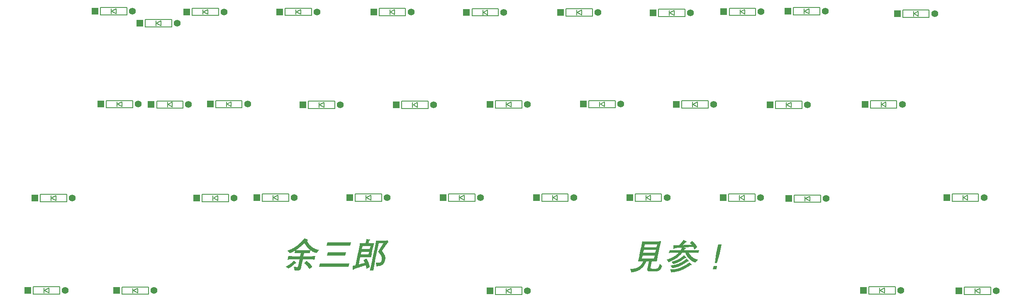
<source format=gbr>
G04 #@! TF.GenerationSoftware,KiCad,Pcbnew,7.0.8*
G04 #@! TF.CreationDate,2024-07-14T10:46:29+09:00*
G04 #@! TF.ProjectId,cool336_pcb,636f6f6c-3333-4365-9f70-63622e6b6963,rev?*
G04 #@! TF.SameCoordinates,Original*
G04 #@! TF.FileFunction,Legend,Top*
G04 #@! TF.FilePolarity,Positive*
%FSLAX46Y46*%
G04 Gerber Fmt 4.6, Leading zero omitted, Abs format (unit mm)*
G04 Created by KiCad (PCBNEW 7.0.8) date 2024-07-14 10:46:29*
%MOMM*%
%LPD*%
G01*
G04 APERTURE LIST*
%ADD10C,0.250000*%
%ADD11C,0.150000*%
%ADD12R,1.397000X1.397000*%
%ADD13C,1.397000*%
G04 APERTURE END LIST*
D10*
G36*
X59018799Y-54900983D02*
G01*
X59063683Y-54923753D01*
X59094821Y-54963027D01*
X59098178Y-55014556D01*
X59087767Y-55040460D01*
X59054133Y-55080325D01*
X59011477Y-55113923D01*
X58968141Y-55142012D01*
X58921102Y-55169651D01*
X58939050Y-55212242D01*
X58960833Y-55258976D01*
X58986442Y-55309538D01*
X59015868Y-55363614D01*
X59049104Y-55420888D01*
X59086140Y-55481046D01*
X59126970Y-55543773D01*
X59171585Y-55608753D01*
X59219975Y-55675673D01*
X59272134Y-55744218D01*
X59328053Y-55814071D01*
X59387723Y-55884920D01*
X59451136Y-55956448D01*
X59518284Y-56028341D01*
X59589160Y-56100284D01*
X59663753Y-56171962D01*
X59742057Y-56243061D01*
X59824062Y-56313265D01*
X59909761Y-56382260D01*
X59999146Y-56449731D01*
X60092207Y-56515363D01*
X60188937Y-56578841D01*
X60289328Y-56639851D01*
X60393371Y-56698077D01*
X60501058Y-56753204D01*
X60612381Y-56804918D01*
X60727331Y-56852905D01*
X60845900Y-56896848D01*
X60968080Y-56936434D01*
X61093863Y-56971347D01*
X61223240Y-57001273D01*
X61356203Y-57025896D01*
X60843293Y-57649937D01*
X60758095Y-57630030D01*
X60674215Y-57607464D01*
X60591626Y-57582325D01*
X60510303Y-57554701D01*
X60430217Y-57524680D01*
X60351342Y-57492350D01*
X60273651Y-57457798D01*
X60197118Y-57421112D01*
X60121716Y-57382379D01*
X60047417Y-57341687D01*
X59974195Y-57299125D01*
X59902023Y-57254778D01*
X59830875Y-57208736D01*
X59760723Y-57161086D01*
X59691540Y-57111915D01*
X59623300Y-57061311D01*
X59490188Y-57702449D01*
X59436729Y-57695620D01*
X59380911Y-57689323D01*
X59322949Y-57683545D01*
X59263061Y-57678273D01*
X59201463Y-57673494D01*
X59138371Y-57669197D01*
X59074002Y-57665369D01*
X59008572Y-57661996D01*
X58942297Y-57659067D01*
X58875395Y-57656570D01*
X58808081Y-57654491D01*
X58740572Y-57652818D01*
X58673085Y-57651539D01*
X58605836Y-57650640D01*
X58539041Y-57650111D01*
X58472916Y-57649937D01*
X58316601Y-57649937D01*
X58176161Y-58325268D01*
X58990711Y-58325268D01*
X59060389Y-58325225D01*
X59128186Y-58325091D01*
X59194169Y-58324863D01*
X59258403Y-58324536D01*
X59320955Y-58324106D01*
X59381890Y-58323570D01*
X59441275Y-58322922D01*
X59499175Y-58322158D01*
X59555657Y-58321274D01*
X59610786Y-58320267D01*
X59664629Y-58319131D01*
X59717250Y-58317862D01*
X59768717Y-58316457D01*
X59819096Y-58314910D01*
X59916850Y-58311377D01*
X60011040Y-58307228D01*
X60102195Y-58302430D01*
X60190842Y-58296949D01*
X60277509Y-58290750D01*
X60362723Y-58283800D01*
X60447012Y-58276064D01*
X60530904Y-58267509D01*
X60614926Y-58258101D01*
X60458611Y-59005484D01*
X60398658Y-59000360D01*
X60338608Y-58995514D01*
X60278546Y-58990939D01*
X60218554Y-58986627D01*
X60158715Y-58982571D01*
X60099111Y-58978764D01*
X60039827Y-58975197D01*
X59980944Y-58971863D01*
X59922546Y-58968754D01*
X59864716Y-58965864D01*
X59807537Y-58963183D01*
X59751091Y-58960705D01*
X59695462Y-58958422D01*
X59640733Y-58956326D01*
X59586986Y-58954411D01*
X59534304Y-58952667D01*
X59482771Y-58951088D01*
X59432470Y-58949666D01*
X59335893Y-58947262D01*
X59245237Y-58945395D01*
X59161166Y-58944004D01*
X59084344Y-58943028D01*
X59015434Y-58942406D01*
X58955100Y-58942077D01*
X58904005Y-58941981D01*
X58047934Y-58941981D01*
X57936803Y-59476873D01*
X57932338Y-59498503D01*
X57920842Y-59554512D01*
X57906336Y-59625445D01*
X57889316Y-59708809D01*
X57870274Y-59802114D01*
X57860150Y-59851715D01*
X57849705Y-59902867D01*
X57839001Y-59955258D01*
X57828101Y-60008576D01*
X57817066Y-60062510D01*
X57805957Y-60116749D01*
X57794837Y-60170981D01*
X57783767Y-60224894D01*
X57772809Y-60278178D01*
X57762024Y-60330520D01*
X57751475Y-60381609D01*
X57741222Y-60431134D01*
X57721855Y-60524245D01*
X57704416Y-60607360D01*
X57689399Y-60677988D01*
X57677298Y-60733637D01*
X57665694Y-60783572D01*
X57653556Y-60822422D01*
X57625993Y-60893019D01*
X57594397Y-60954653D01*
X57559191Y-61007934D01*
X57520798Y-61053469D01*
X57479639Y-61091866D01*
X57436136Y-61123733D01*
X57390713Y-61149680D01*
X57343790Y-61170313D01*
X57295790Y-61186241D01*
X57247136Y-61198073D01*
X57198249Y-61206417D01*
X57125406Y-61213722D01*
X57054414Y-61216600D01*
X56986699Y-61217103D01*
X56953746Y-61216949D01*
X56901998Y-61216171D01*
X56847824Y-61214795D01*
X56791621Y-61212887D01*
X56733788Y-61210515D01*
X56674723Y-61207744D01*
X56614825Y-61204641D01*
X56554492Y-61201272D01*
X56494123Y-61197704D01*
X56434116Y-61194004D01*
X56374870Y-61190237D01*
X56197794Y-60431863D01*
X56252677Y-60441847D01*
X56308514Y-60451150D01*
X56373669Y-60461430D01*
X56445207Y-60472169D01*
X56494997Y-60479328D01*
X56545450Y-60486305D01*
X56595698Y-60492948D01*
X56668782Y-60501948D01*
X56736512Y-60509331D01*
X56795956Y-60514576D01*
X56857250Y-60517348D01*
X56892375Y-60516549D01*
X56950576Y-60509185D01*
X57004645Y-60485808D01*
X57043485Y-60441938D01*
X57067576Y-60388667D01*
X57083562Y-60336403D01*
X57099185Y-60272366D01*
X57110032Y-60222591D01*
X57121666Y-60166770D01*
X57134466Y-60104577D01*
X57376266Y-58941981D01*
X56575150Y-58941981D01*
X56485264Y-58942158D01*
X56390560Y-58942706D01*
X56341621Y-58943129D01*
X56291741Y-58943656D01*
X56241009Y-58944290D01*
X56189513Y-58945034D01*
X56137340Y-58945894D01*
X56084580Y-58946871D01*
X56031319Y-58947970D01*
X55977647Y-58949194D01*
X55923650Y-58950547D01*
X55869418Y-58952033D01*
X55815039Y-58953654D01*
X55760600Y-58955415D01*
X55706189Y-58957319D01*
X55651895Y-58959369D01*
X55597807Y-58961570D01*
X55544011Y-58963925D01*
X55490596Y-58966437D01*
X55437650Y-58969110D01*
X55385261Y-58971948D01*
X55333518Y-58974954D01*
X55282508Y-58978132D01*
X55232320Y-58981485D01*
X55134761Y-58988731D01*
X55041545Y-58996721D01*
X54953377Y-59005484D01*
X55109692Y-58258101D01*
X55200458Y-58267509D01*
X55294341Y-58276064D01*
X55390941Y-58283800D01*
X55440133Y-58287371D01*
X55489853Y-58290750D01*
X55540050Y-58293941D01*
X55590675Y-58296949D01*
X55641677Y-58299777D01*
X55693006Y-58302430D01*
X55744611Y-58304912D01*
X55796442Y-58307228D01*
X55848449Y-58309382D01*
X55900581Y-58311377D01*
X55952789Y-58313218D01*
X56005021Y-58314910D01*
X56057228Y-58316457D01*
X56109359Y-58317862D01*
X56161364Y-58319131D01*
X56213192Y-58320267D01*
X56264794Y-58321274D01*
X56316119Y-58322158D01*
X56367116Y-58322922D01*
X56417735Y-58323570D01*
X56467927Y-58324106D01*
X56517640Y-58324536D01*
X56615431Y-58325091D01*
X56710704Y-58325268D01*
X57504494Y-58325268D01*
X57644933Y-57649937D01*
X57487397Y-57649937D01*
X57423503Y-57650193D01*
X57357495Y-57650955D01*
X57289662Y-57652215D01*
X57220294Y-57653963D01*
X57149681Y-57656190D01*
X57078113Y-57658888D01*
X57005880Y-57662048D01*
X56933271Y-57665660D01*
X56860576Y-57669716D01*
X56788084Y-57674206D01*
X56716087Y-57679122D01*
X56644873Y-57684455D01*
X56574733Y-57690196D01*
X56505955Y-57696336D01*
X56438831Y-57702865D01*
X56373649Y-57709776D01*
X56495771Y-57124815D01*
X56450515Y-57152494D01*
X56406308Y-57179224D01*
X56363105Y-57205036D01*
X56320860Y-57229961D01*
X56239062Y-57277273D01*
X56160547Y-57321411D01*
X56084952Y-57362622D01*
X56011912Y-57401155D01*
X55941061Y-57437258D01*
X55872035Y-57471181D01*
X55804469Y-57503172D01*
X55737998Y-57533480D01*
X55672256Y-57562353D01*
X55606879Y-57590040D01*
X55541503Y-57616789D01*
X55475761Y-57642850D01*
X55409289Y-57668471D01*
X55341723Y-57693900D01*
X54930174Y-57138248D01*
X54986582Y-57122811D01*
X55044223Y-57105631D01*
X55102993Y-57086780D01*
X55162787Y-57066332D01*
X55223500Y-57044361D01*
X55252759Y-57033224D01*
X56636210Y-57033224D01*
X56709142Y-57036996D01*
X56778052Y-57040532D01*
X56843082Y-57043841D01*
X56904376Y-57046929D01*
X56962077Y-57049804D01*
X57016326Y-57052474D01*
X57115041Y-57057228D01*
X57201663Y-57061252D01*
X57277333Y-57064608D01*
X57343194Y-57067355D01*
X57400385Y-57069555D01*
X57450049Y-57071268D01*
X57512927Y-57073058D01*
X57565287Y-57074096D01*
X57625399Y-57074664D01*
X57682791Y-57074745D01*
X58592595Y-57074745D01*
X58646197Y-57074668D01*
X58703583Y-57074413D01*
X58764189Y-57073948D01*
X58827450Y-57073237D01*
X58892801Y-57072248D01*
X58959675Y-57070945D01*
X59027509Y-57069296D01*
X59095736Y-57067265D01*
X59163791Y-57064819D01*
X59231109Y-57061924D01*
X59297125Y-57058547D01*
X59361273Y-57054652D01*
X59422989Y-57050206D01*
X59481706Y-57045176D01*
X59536860Y-57039526D01*
X59587885Y-57033224D01*
X59541162Y-56996547D01*
X59494882Y-56959332D01*
X59449061Y-56921574D01*
X59403713Y-56883272D01*
X59358852Y-56844422D01*
X59314494Y-56805022D01*
X59270652Y-56765070D01*
X59227341Y-56724562D01*
X59184575Y-56683495D01*
X59142370Y-56641868D01*
X59100739Y-56599678D01*
X59059698Y-56556921D01*
X59019260Y-56513596D01*
X58979441Y-56469699D01*
X58940254Y-56425227D01*
X58901715Y-56380179D01*
X58863838Y-56334551D01*
X58826637Y-56288341D01*
X58790127Y-56241546D01*
X58754323Y-56194163D01*
X58719238Y-56146190D01*
X58684889Y-56097624D01*
X58651288Y-56048463D01*
X58618451Y-55998702D01*
X58586392Y-55948341D01*
X58555126Y-55897376D01*
X58524667Y-55845805D01*
X58495029Y-55793624D01*
X58466229Y-55740832D01*
X58438279Y-55687425D01*
X58411194Y-55633401D01*
X58384989Y-55578757D01*
X58348758Y-55615493D01*
X58311710Y-55652877D01*
X58273807Y-55690903D01*
X58235013Y-55729561D01*
X58195291Y-55768842D01*
X58154604Y-55808738D01*
X58112913Y-55849240D01*
X58070183Y-55890339D01*
X58026376Y-55932026D01*
X57981455Y-55974294D01*
X57935382Y-56017133D01*
X57888122Y-56060534D01*
X57839636Y-56104488D01*
X57789887Y-56148988D01*
X57738839Y-56194024D01*
X57686454Y-56239587D01*
X57632696Y-56285669D01*
X57577526Y-56332261D01*
X57520908Y-56379355D01*
X57462805Y-56426941D01*
X57403180Y-56475011D01*
X57341995Y-56523556D01*
X57279214Y-56572568D01*
X57214799Y-56622037D01*
X57148713Y-56671955D01*
X57080919Y-56722314D01*
X57011380Y-56773104D01*
X56940059Y-56824317D01*
X56866918Y-56875944D01*
X56791922Y-56927977D01*
X56715031Y-56980406D01*
X56636210Y-57033224D01*
X55252759Y-57033224D01*
X55285029Y-57020941D01*
X55347267Y-56996144D01*
X55410111Y-56970045D01*
X55473456Y-56942717D01*
X55537197Y-56914233D01*
X55601230Y-56884667D01*
X55665450Y-56854094D01*
X55729752Y-56822585D01*
X55794032Y-56790216D01*
X55858184Y-56757059D01*
X55922105Y-56723188D01*
X55985690Y-56688676D01*
X56048834Y-56653598D01*
X56111432Y-56618026D01*
X56173380Y-56582035D01*
X56234573Y-56545697D01*
X56294906Y-56509087D01*
X56354275Y-56472278D01*
X56412575Y-56435344D01*
X56469702Y-56398357D01*
X56525551Y-56361393D01*
X56580017Y-56324523D01*
X56632995Y-56287822D01*
X56684381Y-56251364D01*
X56734071Y-56215222D01*
X56781959Y-56179469D01*
X56827941Y-56144180D01*
X56860612Y-56118597D01*
X56932658Y-56061173D01*
X56971758Y-56029486D01*
X57012726Y-55995918D01*
X57055423Y-55960548D01*
X57099713Y-55923453D01*
X57145457Y-55884710D01*
X57192517Y-55844396D01*
X57240757Y-55802588D01*
X57290037Y-55759365D01*
X57340221Y-55714803D01*
X57391171Y-55668981D01*
X57442748Y-55621974D01*
X57494816Y-55573861D01*
X57547236Y-55524719D01*
X57599871Y-55474625D01*
X57652582Y-55423657D01*
X57705233Y-55371891D01*
X57757686Y-55319407D01*
X57809802Y-55266280D01*
X57861444Y-55212588D01*
X57912474Y-55158409D01*
X57962754Y-55103820D01*
X58012147Y-55048897D01*
X58060516Y-54993720D01*
X58107721Y-54938365D01*
X58153626Y-54882909D01*
X58198093Y-54827429D01*
X58240984Y-54772004D01*
X58282160Y-54716710D01*
X58321486Y-54661625D01*
X59018799Y-54900983D01*
G37*
G36*
X58867249Y-59287979D02*
G01*
X58908549Y-59320313D01*
X58949724Y-59352852D01*
X58990752Y-59385614D01*
X59031608Y-59418614D01*
X59072271Y-59451870D01*
X59112717Y-59485398D01*
X59152923Y-59519215D01*
X59192866Y-59553338D01*
X59232523Y-59587784D01*
X59271871Y-59622569D01*
X59310886Y-59657711D01*
X59349547Y-59693225D01*
X59387830Y-59729129D01*
X59425711Y-59765440D01*
X59463169Y-59802174D01*
X59500179Y-59839348D01*
X59536718Y-59876979D01*
X59572765Y-59915084D01*
X59608295Y-59953679D01*
X59643286Y-59992781D01*
X59677714Y-60032407D01*
X59711557Y-60072573D01*
X59744792Y-60113298D01*
X59777395Y-60154596D01*
X59809344Y-60196485D01*
X59840615Y-60238982D01*
X59871185Y-60282104D01*
X59901032Y-60325867D01*
X59930132Y-60370288D01*
X59958463Y-60415384D01*
X59986001Y-60461172D01*
X59415694Y-60895924D01*
X59368540Y-60831502D01*
X59317417Y-60762366D01*
X59262505Y-60689240D01*
X59203985Y-60612850D01*
X59173428Y-60573658D01*
X59142037Y-60533920D01*
X59109835Y-60493729D01*
X59076843Y-60453174D01*
X59043084Y-60412347D01*
X59008582Y-60371337D01*
X58973358Y-60330236D01*
X58937436Y-60289133D01*
X58900837Y-60248120D01*
X58863585Y-60207287D01*
X58825702Y-60166725D01*
X58787210Y-60126523D01*
X58748132Y-60086774D01*
X58708491Y-60047566D01*
X58668310Y-60008992D01*
X58627610Y-59971141D01*
X58586415Y-59934103D01*
X58544747Y-59897971D01*
X58502628Y-59862833D01*
X58460082Y-59828781D01*
X58417130Y-59795905D01*
X58373796Y-59764296D01*
X58330102Y-59734044D01*
X58286071Y-59705240D01*
X58825847Y-59255833D01*
X58867249Y-59287979D01*
G37*
G36*
X56714368Y-59590446D02*
G01*
X56730244Y-59613191D01*
X56735129Y-59662498D01*
X56730777Y-59678706D01*
X56703663Y-59721819D01*
X56655139Y-59748135D01*
X56605247Y-59759835D01*
X56555120Y-59766547D01*
X56495140Y-59772067D01*
X56443258Y-59776071D01*
X56416328Y-59803449D01*
X56366107Y-59854447D01*
X56320006Y-59901042D01*
X56277148Y-59943962D01*
X56236654Y-59983935D01*
X56197646Y-60021688D01*
X56159245Y-60057951D01*
X56120573Y-60093450D01*
X56080751Y-60128915D01*
X56038902Y-60165073D01*
X55994147Y-60202652D01*
X55945607Y-60242380D01*
X55892405Y-60284986D01*
X55833661Y-60331197D01*
X55768499Y-60381742D01*
X55696038Y-60437349D01*
X55656796Y-60467278D01*
X55626864Y-60489246D01*
X55570039Y-60530438D01*
X55517078Y-60568149D01*
X55467753Y-60602600D01*
X55421833Y-60634007D01*
X55379091Y-60662590D01*
X55320433Y-60700646D01*
X55267636Y-60733574D01*
X55219926Y-60762111D01*
X55162892Y-60794602D01*
X55111696Y-60822341D01*
X55064508Y-60847076D01*
X54595561Y-60431863D01*
X54631982Y-60409792D01*
X54711380Y-60361767D01*
X54754093Y-60335866D01*
X54798638Y-60308743D01*
X54844883Y-60280424D01*
X54892697Y-60250936D01*
X54941947Y-60220306D01*
X54992502Y-60188563D01*
X55044228Y-60155731D01*
X55096994Y-60121840D01*
X55150668Y-60086915D01*
X55205117Y-60050984D01*
X55260209Y-60014074D01*
X55315813Y-59976211D01*
X55371796Y-59937424D01*
X55428025Y-59897738D01*
X55484369Y-59857182D01*
X55540696Y-59815781D01*
X55596873Y-59773564D01*
X55652769Y-59730557D01*
X55708251Y-59686787D01*
X55763186Y-59642281D01*
X55817443Y-59597067D01*
X55870890Y-59551172D01*
X55923395Y-59504622D01*
X55974824Y-59457444D01*
X56025047Y-59409666D01*
X56073931Y-59361314D01*
X56121344Y-59312417D01*
X56167154Y-59263000D01*
X56211228Y-59213091D01*
X56714368Y-59590446D01*
G37*
G36*
X67699190Y-56171046D02*
G01*
X67843293Y-55476175D01*
X67753715Y-55480196D01*
X67659553Y-55484008D01*
X67561635Y-55487606D01*
X67511525Y-55489323D01*
X67460786Y-55490983D01*
X67409521Y-55492585D01*
X67357834Y-55494130D01*
X67305827Y-55495615D01*
X67253604Y-55497041D01*
X67201269Y-55498406D01*
X67148924Y-55499709D01*
X67096673Y-55500949D01*
X67044619Y-55502126D01*
X66992866Y-55503239D01*
X66941517Y-55504286D01*
X66890674Y-55505267D01*
X66840443Y-55506181D01*
X66790925Y-55507027D01*
X66694443Y-55508511D01*
X66602057Y-55509713D01*
X66514591Y-55510625D01*
X66432873Y-55511240D01*
X66357730Y-55511551D01*
X66322882Y-55511591D01*
X64569218Y-55511591D01*
X64503295Y-55511515D01*
X64429322Y-55511271D01*
X64348208Y-55510834D01*
X64260861Y-55510179D01*
X64168191Y-55509280D01*
X64071106Y-55508113D01*
X64021191Y-55507421D01*
X63970514Y-55506653D01*
X63919187Y-55505805D01*
X63867325Y-55504874D01*
X63815040Y-55503857D01*
X63762447Y-55502752D01*
X63709659Y-55501554D01*
X63656790Y-55500261D01*
X63603952Y-55498870D01*
X63551261Y-55497377D01*
X63498829Y-55495779D01*
X63446769Y-55494074D01*
X63395197Y-55492258D01*
X63344224Y-55490327D01*
X63293966Y-55488280D01*
X63244534Y-55486112D01*
X63148608Y-55481403D01*
X63057355Y-55476175D01*
X62913251Y-56171046D01*
X63002684Y-56167026D01*
X63096853Y-56163213D01*
X63194915Y-56159615D01*
X63245142Y-56157899D01*
X63296026Y-56156239D01*
X63347460Y-56154636D01*
X63399340Y-56153092D01*
X63451560Y-56151606D01*
X63504014Y-56150181D01*
X63556597Y-56148816D01*
X63609203Y-56147513D01*
X63661727Y-56146272D01*
X63714063Y-56145095D01*
X63766105Y-56143983D01*
X63817749Y-56142936D01*
X63868888Y-56141955D01*
X63919417Y-56141041D01*
X63969231Y-56140195D01*
X64018224Y-56139418D01*
X64113323Y-56138073D01*
X64203872Y-56137016D01*
X64289026Y-56136251D01*
X64367939Y-56135787D01*
X64439769Y-56135631D01*
X66193433Y-56135631D01*
X66258053Y-56135787D01*
X66330862Y-56136251D01*
X66410949Y-56137016D01*
X66497401Y-56138073D01*
X66589305Y-56139418D01*
X66685749Y-56141041D01*
X66735389Y-56141955D01*
X66785821Y-56142936D01*
X66836933Y-56143983D01*
X66888609Y-56145095D01*
X66940736Y-56146272D01*
X66993200Y-56147513D01*
X67045887Y-56148816D01*
X67098682Y-56150181D01*
X67151472Y-56151606D01*
X67204142Y-56153092D01*
X67256579Y-56154636D01*
X67308669Y-56156239D01*
X67360297Y-56157899D01*
X67411349Y-56159615D01*
X67461712Y-56161387D01*
X67511271Y-56163213D01*
X67607522Y-56167026D01*
X67699190Y-56171046D01*
G37*
G36*
X66740537Y-58181165D02*
G01*
X66879755Y-57508276D01*
X66803728Y-57515921D01*
X66742907Y-57520380D01*
X66675595Y-57524358D01*
X66603182Y-57527880D01*
X66527054Y-57530970D01*
X66448601Y-57533654D01*
X66369211Y-57535958D01*
X66290272Y-57537905D01*
X66213171Y-57539522D01*
X66139298Y-57540832D01*
X66070040Y-57541862D01*
X66006785Y-57542636D01*
X65950923Y-57543179D01*
X65884024Y-57543615D01*
X65852714Y-57543691D01*
X64154005Y-57543691D01*
X64096028Y-57543341D01*
X64045817Y-57542726D01*
X63987860Y-57541814D01*
X63923442Y-57540612D01*
X63853850Y-57539127D01*
X63780369Y-57537367D01*
X63704287Y-57535339D01*
X63626889Y-57533050D01*
X63549461Y-57530506D01*
X63473290Y-57527716D01*
X63399662Y-57524686D01*
X63329863Y-57521423D01*
X63265180Y-57517935D01*
X63206898Y-57514229D01*
X63156304Y-57510311D01*
X63134291Y-57508276D01*
X62995073Y-58181165D01*
X63070658Y-58173801D01*
X63131436Y-58169468D01*
X63198879Y-58165572D01*
X63271578Y-58162093D01*
X63348123Y-58159013D01*
X63427105Y-58156311D01*
X63507113Y-58153968D01*
X63586738Y-58151963D01*
X63664571Y-58150278D01*
X63739202Y-58148893D01*
X63809222Y-58147787D01*
X63873219Y-58146942D01*
X63929786Y-58146338D01*
X63997619Y-58145839D01*
X64029441Y-58145750D01*
X65728150Y-58145750D01*
X65785839Y-58145954D01*
X65835902Y-58146338D01*
X65893729Y-58146942D01*
X65958018Y-58147787D01*
X66027465Y-58148893D01*
X66100770Y-58150278D01*
X66176629Y-58151963D01*
X66253740Y-58153968D01*
X66330801Y-58156311D01*
X66406510Y-58159013D01*
X66479564Y-58162093D01*
X66548661Y-58165572D01*
X66612499Y-58169468D01*
X66669775Y-58173801D01*
X66719187Y-58178592D01*
X66740537Y-58181165D01*
G37*
G36*
X67408541Y-60497808D02*
G01*
X67558750Y-59776071D01*
X67508394Y-59778640D01*
X67455043Y-59781083D01*
X67398958Y-59783404D01*
X67340401Y-59785604D01*
X67279633Y-59787687D01*
X67216915Y-59789656D01*
X67152509Y-59791514D01*
X67086675Y-59793263D01*
X67019674Y-59794907D01*
X66951769Y-59796448D01*
X66883219Y-59797889D01*
X66814287Y-59799233D01*
X66745233Y-59800484D01*
X66676318Y-59801643D01*
X66607804Y-59802714D01*
X66539952Y-59803701D01*
X66473024Y-59804605D01*
X66407279Y-59805429D01*
X66342980Y-59806177D01*
X66280387Y-59806851D01*
X66219762Y-59807455D01*
X66161366Y-59807991D01*
X66105461Y-59808462D01*
X66052306Y-59808872D01*
X66002164Y-59809222D01*
X65911963Y-59809757D01*
X65836945Y-59810091D01*
X65779201Y-59810246D01*
X65757459Y-59810265D01*
X63291828Y-59810265D01*
X63223623Y-59809947D01*
X63155727Y-59809516D01*
X63068823Y-59808872D01*
X63019069Y-59808462D01*
X62965554Y-59807991D01*
X62908609Y-59807455D01*
X62848563Y-59806851D01*
X62785747Y-59806177D01*
X62720491Y-59805429D01*
X62653126Y-59804605D01*
X62583982Y-59803701D01*
X62513388Y-59802714D01*
X62441676Y-59801643D01*
X62369175Y-59800484D01*
X62296216Y-59799233D01*
X62223129Y-59797889D01*
X62150245Y-59796448D01*
X62077893Y-59794907D01*
X62006404Y-59793263D01*
X61936109Y-59791514D01*
X61867337Y-59789656D01*
X61800418Y-59787687D01*
X61735684Y-59785604D01*
X61673463Y-59783404D01*
X61614088Y-59781083D01*
X61557887Y-59778640D01*
X61505191Y-59776071D01*
X61354982Y-60497808D01*
X61405231Y-60495235D01*
X61458489Y-60492782D01*
X61514492Y-60490445D01*
X61572981Y-60488222D01*
X61633692Y-60486111D01*
X61696364Y-60484110D01*
X61760734Y-60482215D01*
X61826542Y-60480425D01*
X61893526Y-60478737D01*
X61961423Y-60477148D01*
X62029971Y-60475656D01*
X62098909Y-60474259D01*
X62167975Y-60472954D01*
X62236907Y-60471739D01*
X62305443Y-60470611D01*
X62373322Y-60469568D01*
X62440281Y-60468607D01*
X62506059Y-60467725D01*
X62570394Y-60466922D01*
X62633023Y-60466193D01*
X62693686Y-60465536D01*
X62752120Y-60464950D01*
X62808063Y-60464431D01*
X62861254Y-60463977D01*
X62911431Y-60463586D01*
X63001694Y-60462981D01*
X63076758Y-60462597D01*
X63134528Y-60462415D01*
X63156273Y-60462393D01*
X65621905Y-60462393D01*
X65690109Y-60462763D01*
X65758006Y-60463254D01*
X65844910Y-60463977D01*
X65894664Y-60464431D01*
X65948178Y-60464950D01*
X66005124Y-60465536D01*
X66065170Y-60466193D01*
X66127985Y-60466922D01*
X66193241Y-60467725D01*
X66260606Y-60468607D01*
X66329751Y-60469568D01*
X66400344Y-60470611D01*
X66472057Y-60471739D01*
X66544557Y-60472954D01*
X66617516Y-60474259D01*
X66690603Y-60475656D01*
X66763487Y-60477148D01*
X66835839Y-60478737D01*
X66907328Y-60480425D01*
X66977624Y-60482215D01*
X67046396Y-60484110D01*
X67113314Y-60486111D01*
X67178049Y-60488222D01*
X67240269Y-60490445D01*
X67299645Y-60492782D01*
X67355845Y-60495235D01*
X67408541Y-60497808D01*
G37*
G36*
X75478325Y-55380921D02*
G01*
X75467236Y-55394261D01*
X75431399Y-55437853D01*
X75391616Y-55487087D01*
X75347781Y-55542334D01*
X75316251Y-55582686D01*
X75282840Y-55625983D01*
X75247515Y-55672333D01*
X75210244Y-55721846D01*
X75170994Y-55774631D01*
X75129733Y-55830797D01*
X75086429Y-55890453D01*
X75041051Y-55953709D01*
X74993565Y-56020672D01*
X74943939Y-56091454D01*
X74892142Y-56166161D01*
X74845042Y-56235973D01*
X74800537Y-56301930D01*
X74758531Y-56364172D01*
X74718927Y-56422838D01*
X74681631Y-56478067D01*
X74646545Y-56529997D01*
X74613573Y-56578768D01*
X74582621Y-56624517D01*
X74526390Y-56707510D01*
X74477084Y-56780086D01*
X74433935Y-56843357D01*
X74396176Y-56898432D01*
X74363040Y-56946423D01*
X74333758Y-56988442D01*
X74295386Y-57042700D01*
X74261370Y-57089767D01*
X74229121Y-57133393D01*
X74196050Y-57177327D01*
X74248104Y-57248038D01*
X74298244Y-57316687D01*
X74346455Y-57383404D01*
X74392727Y-57448315D01*
X74437048Y-57511549D01*
X74479404Y-57573234D01*
X74519785Y-57633498D01*
X74558178Y-57692469D01*
X74594571Y-57750276D01*
X74628952Y-57807047D01*
X74661308Y-57862909D01*
X74691629Y-57917991D01*
X74719901Y-57972421D01*
X74746113Y-58026327D01*
X74770253Y-58079837D01*
X74792308Y-58133080D01*
X74812266Y-58186183D01*
X74830116Y-58239274D01*
X74845845Y-58292483D01*
X74859441Y-58345936D01*
X74870892Y-58399762D01*
X74880187Y-58454089D01*
X74887312Y-58509046D01*
X74892256Y-58564760D01*
X74895007Y-58621359D01*
X74895553Y-58678972D01*
X74893882Y-58737727D01*
X74889981Y-58797752D01*
X74883839Y-58859174D01*
X74875443Y-58922123D01*
X74864781Y-58986726D01*
X74851842Y-59053112D01*
X74830461Y-59146770D01*
X74806200Y-59236362D01*
X74779121Y-59321949D01*
X74749286Y-59403593D01*
X74716756Y-59481356D01*
X74681592Y-59555300D01*
X74643857Y-59625487D01*
X74603611Y-59691979D01*
X74560916Y-59754837D01*
X74515833Y-59814124D01*
X74468425Y-59869902D01*
X74418752Y-59922232D01*
X74366876Y-59971177D01*
X74312858Y-60016799D01*
X74256761Y-60059158D01*
X74198645Y-60098319D01*
X74138572Y-60134341D01*
X74076603Y-60167288D01*
X74012800Y-60197221D01*
X73947225Y-60224201D01*
X73879939Y-60248292D01*
X73811003Y-60269555D01*
X73740479Y-60288052D01*
X73668428Y-60303845D01*
X73594912Y-60316996D01*
X73519993Y-60327566D01*
X73443731Y-60335618D01*
X73366189Y-60341214D01*
X73287428Y-60344415D01*
X73207509Y-60345284D01*
X73126494Y-60343882D01*
X73044445Y-60340272D01*
X72936978Y-59602658D01*
X72983952Y-59611173D01*
X73035018Y-59619946D01*
X73090035Y-59628547D01*
X73148859Y-59636547D01*
X73211346Y-59643516D01*
X73260529Y-59647809D01*
X73311632Y-59651100D01*
X73364595Y-59653207D01*
X73419357Y-59653949D01*
X73470149Y-59653122D01*
X73564140Y-59646680D01*
X73648489Y-59634249D01*
X73723769Y-59616301D01*
X73790554Y-59593309D01*
X73849419Y-59565744D01*
X73900938Y-59534079D01*
X73945685Y-59498786D01*
X73984234Y-59460337D01*
X74017160Y-59419205D01*
X74045037Y-59375862D01*
X74068439Y-59330780D01*
X74087940Y-59284432D01*
X74104115Y-59237290D01*
X74117538Y-59189825D01*
X74133768Y-59119057D01*
X74147010Y-59048403D01*
X74157027Y-58979505D01*
X74163907Y-58912297D01*
X74167740Y-58846710D01*
X74168613Y-58782677D01*
X74166614Y-58720129D01*
X74161833Y-58659000D01*
X74154357Y-58599221D01*
X74144274Y-58540725D01*
X74131673Y-58483443D01*
X74116643Y-58427309D01*
X74099271Y-58372254D01*
X74079646Y-58318211D01*
X74057856Y-58265111D01*
X74033990Y-58212888D01*
X74008135Y-58161473D01*
X73980381Y-58110798D01*
X73950816Y-58060797D01*
X73919527Y-58011400D01*
X73886603Y-57962541D01*
X73852133Y-57914152D01*
X73816205Y-57866164D01*
X73778907Y-57818510D01*
X73740327Y-57771123D01*
X73700554Y-57723934D01*
X73659676Y-57676876D01*
X73617782Y-57629882D01*
X73574960Y-57582882D01*
X73531297Y-57535810D01*
X73486884Y-57488598D01*
X73441806Y-57441178D01*
X73396154Y-57393482D01*
X74518450Y-55653251D01*
X73546364Y-55653251D01*
X72835617Y-59075094D01*
X72822430Y-59139536D01*
X72804822Y-59228962D01*
X72794562Y-59281996D01*
X72783440Y-59340019D01*
X72771535Y-59402612D01*
X72758929Y-59469355D01*
X72745702Y-59539830D01*
X72731935Y-59613618D01*
X72717708Y-59690299D01*
X72703103Y-59769454D01*
X72688201Y-59850665D01*
X72673081Y-59933513D01*
X72657825Y-60017577D01*
X72642513Y-60102440D01*
X72627226Y-60187682D01*
X72612045Y-60272885D01*
X72597050Y-60357628D01*
X72582322Y-60441494D01*
X72567943Y-60524063D01*
X72553992Y-60604916D01*
X72540551Y-60683633D01*
X72527699Y-60759797D01*
X72515519Y-60832987D01*
X72504090Y-60902786D01*
X72493493Y-60968773D01*
X72483810Y-61030530D01*
X72475120Y-61087637D01*
X72467504Y-61139676D01*
X72455819Y-61226873D01*
X71709658Y-61226873D01*
X71725862Y-61162532D01*
X71746556Y-61078565D01*
X71758381Y-61030110D01*
X71771079Y-60977814D01*
X71784569Y-60922034D01*
X71798768Y-60863123D01*
X71813593Y-60801438D01*
X71828961Y-60737334D01*
X71844791Y-60671165D01*
X71860997Y-60603288D01*
X71877500Y-60534058D01*
X71894214Y-60463830D01*
X71911058Y-60392959D01*
X71927950Y-60321801D01*
X71944805Y-60250711D01*
X71961542Y-60180044D01*
X71978078Y-60110155D01*
X71994329Y-60041401D01*
X72010214Y-59974136D01*
X72025650Y-59908715D01*
X72040553Y-59845495D01*
X72054841Y-59784829D01*
X72068432Y-59727074D01*
X72081242Y-59672585D01*
X72104191Y-59574826D01*
X72123025Y-59494393D01*
X72137083Y-59434131D01*
X72145548Y-59397237D01*
X72158091Y-59345058D01*
X72173297Y-59282920D01*
X72185596Y-59232981D01*
X72197997Y-59182681D01*
X72213659Y-59118932D01*
X72227023Y-59063856D01*
X72239665Y-59009148D01*
X72631674Y-57121151D01*
X72635359Y-57100558D01*
X72645413Y-57044560D01*
X72661019Y-56957712D01*
X72670650Y-56904141D01*
X72681362Y-56844565D01*
X72693056Y-56779552D01*
X72705627Y-56709672D01*
X72718975Y-56635494D01*
X72732997Y-56557587D01*
X72747592Y-56476519D01*
X72762657Y-56392861D01*
X72778090Y-56307181D01*
X72793790Y-56220047D01*
X72809655Y-56132031D01*
X72825583Y-56043699D01*
X72841471Y-55955622D01*
X72857217Y-55868369D01*
X72872721Y-55782508D01*
X72887879Y-55698609D01*
X72902590Y-55617241D01*
X72916752Y-55538972D01*
X72930262Y-55464373D01*
X72943020Y-55394012D01*
X72954922Y-55328458D01*
X72965867Y-55268280D01*
X72984479Y-55166330D01*
X72998039Y-55092714D01*
X73027473Y-55093030D01*
X73088080Y-55094557D01*
X73137545Y-55096158D01*
X73192732Y-55098130D01*
X73252329Y-55100389D01*
X73315029Y-55102854D01*
X73379521Y-55105443D01*
X73444496Y-55108073D01*
X73508645Y-55110662D01*
X73570658Y-55113127D01*
X73629225Y-55115386D01*
X73683037Y-55117358D01*
X73751976Y-55119595D01*
X73815031Y-55120802D01*
X74629581Y-55120802D01*
X74673635Y-55119566D01*
X74724415Y-55117204D01*
X74786952Y-55113840D01*
X74858143Y-55109679D01*
X74908879Y-55106564D01*
X74961162Y-55103246D01*
X75014073Y-55099787D01*
X75066692Y-55096248D01*
X75118101Y-55092688D01*
X75190931Y-55087446D01*
X75255864Y-55082501D01*
X75309797Y-55078060D01*
X75478325Y-55380921D01*
G37*
G36*
X71627836Y-54865568D02*
G01*
X71665496Y-54869742D01*
X71718645Y-54877551D01*
X71766797Y-54890120D01*
X71807767Y-54920746D01*
X71812240Y-54973035D01*
X71803009Y-54998423D01*
X71770205Y-55036137D01*
X71727298Y-55063440D01*
X71682661Y-55083978D01*
X71631205Y-55103578D01*
X71574103Y-55123244D01*
X71565393Y-55160287D01*
X71553078Y-55213394D01*
X71541512Y-55264161D01*
X71530525Y-55313270D01*
X71519948Y-55361402D01*
X71509614Y-55409241D01*
X71499351Y-55457468D01*
X71488992Y-55506766D01*
X71478367Y-55557817D01*
X71467308Y-55611303D01*
X71455645Y-55667906D01*
X71660809Y-55667906D01*
X71675765Y-55667825D01*
X71736510Y-55666685D01*
X71788380Y-55665266D01*
X71847617Y-55663403D01*
X71912735Y-55661168D01*
X71982251Y-55658632D01*
X72054679Y-55655868D01*
X72128534Y-55652946D01*
X72202332Y-55649938D01*
X72274588Y-55646916D01*
X72343818Y-55643952D01*
X72408536Y-55641116D01*
X72467257Y-55638480D01*
X72540848Y-55635059D01*
X72592595Y-55632491D01*
X72588211Y-55649965D01*
X72572190Y-55713229D01*
X72559470Y-55763174D01*
X72545445Y-55818154D01*
X72530397Y-55877154D01*
X72514607Y-55939163D01*
X72498355Y-56003169D01*
X72481923Y-56068159D01*
X72465591Y-56133120D01*
X72449639Y-56197040D01*
X72434350Y-56258906D01*
X72420004Y-56317706D01*
X72406881Y-56372428D01*
X72390105Y-56444648D01*
X72377662Y-56501995D01*
X72157843Y-57557124D01*
X72148489Y-57602692D01*
X72137963Y-57655308D01*
X72126467Y-57713863D01*
X72114204Y-57777248D01*
X72101375Y-57844354D01*
X72088184Y-57914072D01*
X72074831Y-57985292D01*
X72061520Y-58056906D01*
X72048452Y-58127805D01*
X72035829Y-58196878D01*
X72023854Y-58263018D01*
X72012729Y-58325116D01*
X72002655Y-58382061D01*
X71989959Y-58455392D01*
X71980767Y-58510893D01*
X71913464Y-58508476D01*
X71853377Y-58506524D01*
X71783288Y-58504364D01*
X71705055Y-58502048D01*
X71620539Y-58499630D01*
X71531602Y-58497163D01*
X71440103Y-58494702D01*
X71347902Y-58492300D01*
X71256861Y-58490011D01*
X71168839Y-58487888D01*
X71085698Y-58485985D01*
X71009297Y-58484356D01*
X70941497Y-58483054D01*
X70884158Y-58482133D01*
X70821835Y-58481584D01*
X69767927Y-58481584D01*
X69456517Y-59975129D01*
X69530422Y-59957449D01*
X69600866Y-59940569D01*
X69667971Y-59924457D01*
X69731861Y-59909083D01*
X69792658Y-59894415D01*
X69850487Y-59880423D01*
X69905470Y-59867076D01*
X69957730Y-59854343D01*
X70054577Y-59830595D01*
X70142012Y-59808934D01*
X70221022Y-59789111D01*
X70292591Y-59770881D01*
X70357706Y-59753995D01*
X70417353Y-59738208D01*
X70472517Y-59723273D01*
X70524183Y-59708942D01*
X70573338Y-59694969D01*
X70620967Y-59681107D01*
X70668055Y-59667109D01*
X70715589Y-59652728D01*
X70693345Y-59604801D01*
X70670669Y-59558167D01*
X70647704Y-59512918D01*
X70613021Y-59447841D01*
X70578482Y-59386391D01*
X70544562Y-59328878D01*
X70511739Y-59275610D01*
X70480490Y-59226894D01*
X70451292Y-59183038D01*
X70416375Y-59132655D01*
X70387083Y-59092191D01*
X71017229Y-58762463D01*
X71052988Y-58808417D01*
X71087903Y-58855994D01*
X71121967Y-58905093D01*
X71155174Y-58955613D01*
X71187517Y-59007452D01*
X71218989Y-59060509D01*
X71249584Y-59114682D01*
X71279294Y-59169871D01*
X71308114Y-59225975D01*
X71336036Y-59282891D01*
X71363054Y-59340518D01*
X71389160Y-59398756D01*
X71414349Y-59457503D01*
X71438614Y-59516657D01*
X71461948Y-59576118D01*
X71484344Y-59635784D01*
X71505795Y-59695553D01*
X71526295Y-59755325D01*
X71545837Y-59814998D01*
X71564414Y-59874471D01*
X71582020Y-59933643D01*
X71598648Y-59992412D01*
X71614291Y-60050677D01*
X71628943Y-60108336D01*
X71642596Y-60165289D01*
X71655245Y-60221434D01*
X71666882Y-60276670D01*
X71677501Y-60330895D01*
X71687094Y-60384009D01*
X71695656Y-60435909D01*
X71703179Y-60486496D01*
X71709658Y-60535666D01*
X71025778Y-60891039D01*
X71017024Y-60827882D01*
X71009537Y-60774988D01*
X71000951Y-60717149D01*
X70990988Y-60654178D01*
X70979371Y-60585888D01*
X70970571Y-60537314D01*
X70960829Y-60486238D01*
X70950064Y-60432603D01*
X70938194Y-60376355D01*
X70925135Y-60317437D01*
X70910807Y-60255796D01*
X70895126Y-60191374D01*
X70878011Y-60124117D01*
X70820400Y-60146575D01*
X70759958Y-60169490D01*
X70696977Y-60192802D01*
X70631745Y-60216452D01*
X70564553Y-60240381D01*
X70495690Y-60264530D01*
X70425445Y-60288840D01*
X70354110Y-60313252D01*
X70281973Y-60337707D01*
X70209324Y-60362146D01*
X70136454Y-60386510D01*
X70063652Y-60410740D01*
X69991207Y-60434776D01*
X69919410Y-60458560D01*
X69848550Y-60482033D01*
X69778918Y-60505136D01*
X69714098Y-60526798D01*
X69654256Y-60546719D01*
X69597989Y-60565301D01*
X69543891Y-60582950D01*
X69490560Y-60600069D01*
X69436589Y-60617063D01*
X69380576Y-60634336D01*
X69321115Y-60652292D01*
X69256803Y-60671336D01*
X69186235Y-60691872D01*
X69108008Y-60714304D01*
X69020716Y-60739036D01*
X68973232Y-60752392D01*
X68922955Y-60766474D01*
X68869710Y-60781333D01*
X68813321Y-60797020D01*
X68753614Y-60813586D01*
X68690411Y-60831080D01*
X68623538Y-60849554D01*
X68552819Y-60869057D01*
X68523151Y-60905835D01*
X68484626Y-60953322D01*
X68443043Y-61003581D01*
X68410726Y-61040703D01*
X68370185Y-61079908D01*
X68319567Y-61097424D01*
X68279794Y-61087908D01*
X68248674Y-61046792D01*
X68238166Y-60997428D01*
X68234082Y-60947215D01*
X68212100Y-60263335D01*
X68245831Y-60257133D01*
X68308383Y-60245622D01*
X68367802Y-60234506D01*
X68428179Y-60222824D01*
X68476554Y-60213114D01*
X68529496Y-60202143D01*
X68588734Y-60189506D01*
X68655994Y-60174797D01*
X68706143Y-60163642D01*
X68761137Y-60151266D01*
X68821486Y-60137550D01*
X69277579Y-57943028D01*
X69879057Y-57943028D01*
X71467857Y-57943028D01*
X71585094Y-57380048D01*
X69996294Y-57380048D01*
X69879057Y-57943028D01*
X69277579Y-57943028D01*
X69391793Y-57393482D01*
X69397542Y-57365149D01*
X69411744Y-57292760D01*
X69429118Y-57201823D01*
X69438832Y-57150305D01*
X69449144Y-57095237D01*
X69459990Y-57036983D01*
X69471305Y-56975903D01*
X69483023Y-56912362D01*
X69495081Y-56846721D01*
X69496261Y-56840272D01*
X70108646Y-56840272D01*
X71697445Y-56840272D01*
X71831779Y-56193028D01*
X70242979Y-56193028D01*
X70108646Y-56840272D01*
X69496261Y-56840272D01*
X69507412Y-56779342D01*
X69519953Y-56710589D01*
X69532639Y-56640823D01*
X69545404Y-56570408D01*
X69558183Y-56499706D01*
X69570913Y-56429078D01*
X69583528Y-56358888D01*
X69595963Y-56289498D01*
X69608153Y-56221271D01*
X69620034Y-56154569D01*
X69631540Y-56089754D01*
X69642608Y-56027189D01*
X69653171Y-55967237D01*
X69663165Y-55910260D01*
X69672526Y-55856620D01*
X69689087Y-55760802D01*
X69702335Y-55682683D01*
X69711751Y-55625163D01*
X69735033Y-55626851D01*
X69793457Y-55630413D01*
X69845424Y-55633339D01*
X69905684Y-55636599D01*
X69972419Y-55640097D01*
X70043813Y-55643743D01*
X70118048Y-55647442D01*
X70193306Y-55651102D01*
X70267769Y-55654629D01*
X70339621Y-55657931D01*
X70407044Y-55660915D01*
X70468220Y-55663487D01*
X70544295Y-55666370D01*
X70606901Y-55667906D01*
X70853586Y-55667906D01*
X70864255Y-55616199D01*
X70875163Y-55563316D01*
X70886264Y-55509423D01*
X70897512Y-55454690D01*
X70908860Y-55399284D01*
X70920262Y-55343373D01*
X70931671Y-55287126D01*
X70943040Y-55230711D01*
X70954324Y-55174296D01*
X70965475Y-55118050D01*
X70976448Y-55062139D01*
X70987195Y-55006733D01*
X70997670Y-54952000D01*
X71007827Y-54898107D01*
X71017618Y-54845223D01*
X71026999Y-54793517D01*
X71627836Y-54865568D01*
G37*
G36*
X131159851Y-55262794D02*
G01*
X131144905Y-55310194D01*
X131127622Y-55369348D01*
X131113583Y-55419523D01*
X131098977Y-55473196D01*
X131084123Y-55529032D01*
X131069342Y-55585698D01*
X131054953Y-55641858D01*
X131041276Y-55696179D01*
X131028632Y-55747327D01*
X131021520Y-55774675D01*
X131007778Y-55828202D01*
X130991137Y-55893644D01*
X130978869Y-55942172D01*
X130965971Y-55993421D01*
X130952703Y-56046357D01*
X130939330Y-56099952D01*
X130926115Y-56153175D01*
X130913320Y-56204996D01*
X130901208Y-56254384D01*
X130884897Y-56321649D01*
X130871603Y-56377645D01*
X130860104Y-56428764D01*
X130526713Y-58028555D01*
X130520595Y-58058666D01*
X130507449Y-58125953D01*
X130493249Y-58201550D01*
X130478192Y-58284127D01*
X130462473Y-58372357D01*
X130446285Y-58464910D01*
X130429825Y-58560456D01*
X130421553Y-58608937D01*
X130413287Y-58657667D01*
X130405049Y-58706482D01*
X130396866Y-58755214D01*
X130388760Y-58803697D01*
X130372880Y-58899254D01*
X130357605Y-58991824D01*
X130343130Y-59080078D01*
X130329649Y-59162685D01*
X130317358Y-59238318D01*
X130306451Y-59305647D01*
X130297124Y-59363342D01*
X130233157Y-59361970D01*
X130169038Y-59360609D01*
X130104786Y-59359269D01*
X130040421Y-59357961D01*
X129975964Y-59356696D01*
X129911433Y-59355485D01*
X129846848Y-59354339D01*
X129782230Y-59353267D01*
X129717597Y-59352281D01*
X129652970Y-59351392D01*
X129588367Y-59350611D01*
X129523810Y-59349947D01*
X129459316Y-59349412D01*
X129394907Y-59349017D01*
X129330602Y-59348772D01*
X129266420Y-59348688D01*
X129018513Y-60541814D01*
X129013267Y-60569128D01*
X129006253Y-60618814D01*
X129004023Y-60681771D01*
X129015400Y-60746311D01*
X129041604Y-60791745D01*
X129080917Y-60821422D01*
X129131621Y-60838692D01*
X129191999Y-60846903D01*
X129242599Y-60849131D01*
X129296950Y-60849560D01*
X130118827Y-60849560D01*
X130191067Y-60845924D01*
X130261787Y-60832969D01*
X130308325Y-60817637D01*
X130354541Y-60795886D01*
X130400577Y-60766806D01*
X130446573Y-60729486D01*
X130492671Y-60683017D01*
X130539013Y-60626486D01*
X130585739Y-60558985D01*
X130632991Y-60479601D01*
X130656858Y-60435170D01*
X130680910Y-60387426D01*
X130705164Y-60336256D01*
X130729638Y-60281547D01*
X130754349Y-60223185D01*
X130779316Y-60161055D01*
X130804555Y-60095044D01*
X130830085Y-60025039D01*
X130855922Y-59950925D01*
X130882086Y-59872588D01*
X131364466Y-60291465D01*
X131328109Y-60390431D01*
X131291181Y-60483213D01*
X131253707Y-60570012D01*
X131215709Y-60651027D01*
X131177211Y-60726456D01*
X131138237Y-60796500D01*
X131098809Y-60861358D01*
X131058952Y-60921230D01*
X131018689Y-60976314D01*
X130978043Y-61026811D01*
X130937039Y-61072920D01*
X130895698Y-61114840D01*
X130854046Y-61152771D01*
X130812104Y-61186912D01*
X130769898Y-61217463D01*
X130727450Y-61244623D01*
X130641922Y-61289568D01*
X130555709Y-61323343D01*
X130468999Y-61347545D01*
X130381980Y-61363767D01*
X130294839Y-61373607D01*
X130207763Y-61378660D01*
X130120942Y-61380522D01*
X130034563Y-61380788D01*
X129041716Y-61380788D01*
X129010915Y-61380769D01*
X128953274Y-61380591D01*
X128900616Y-61380173D01*
X128830179Y-61378956D01*
X128768919Y-61376838D01*
X128715617Y-61373600D01*
X128654817Y-61367167D01*
X128603105Y-61357844D01*
X128546841Y-61341339D01*
X128494612Y-61318506D01*
X128473782Y-61307627D01*
X128420607Y-61270862D01*
X128380417Y-61227987D01*
X128351938Y-61179106D01*
X128333896Y-61124319D01*
X128325016Y-61063730D01*
X128324026Y-60997442D01*
X128329650Y-60925557D01*
X128336446Y-60874576D01*
X128345238Y-60821182D01*
X128355649Y-60765408D01*
X128367302Y-60707283D01*
X128379818Y-60646838D01*
X128650928Y-59342581D01*
X128150230Y-59342581D01*
X128079997Y-59512615D01*
X128005923Y-59673482D01*
X127928237Y-59825459D01*
X127847171Y-59968826D01*
X127762953Y-60103860D01*
X127675814Y-60230840D01*
X127585984Y-60350043D01*
X127493694Y-60461748D01*
X127399172Y-60566233D01*
X127302650Y-60663777D01*
X127204358Y-60754657D01*
X127104525Y-60839151D01*
X127003381Y-60917538D01*
X126901157Y-60990096D01*
X126798084Y-61057103D01*
X126694390Y-61118838D01*
X126590306Y-61175577D01*
X126486062Y-61227601D01*
X126381889Y-61275186D01*
X126278015Y-61318611D01*
X126174673Y-61358154D01*
X126072090Y-61394094D01*
X125970498Y-61426708D01*
X125870127Y-61456274D01*
X125771207Y-61483072D01*
X125673968Y-61507378D01*
X125578639Y-61529472D01*
X125485452Y-61549630D01*
X125394636Y-61568133D01*
X125306421Y-61585257D01*
X125221038Y-61601281D01*
X125138715Y-61616482D01*
X124894473Y-60877648D01*
X124929030Y-60878910D01*
X125005960Y-60881108D01*
X125092592Y-60882115D01*
X125188069Y-60881021D01*
X125238855Y-60879403D01*
X125291531Y-60876919D01*
X125345988Y-60873456D01*
X125402120Y-60868899D01*
X125459818Y-60863136D01*
X125518977Y-60856053D01*
X125579488Y-60847536D01*
X125641244Y-60837472D01*
X125704138Y-60825746D01*
X125768062Y-60812246D01*
X125832909Y-60796858D01*
X125898572Y-60779468D01*
X125964943Y-60759963D01*
X126031916Y-60738229D01*
X126099382Y-60714152D01*
X126167234Y-60687619D01*
X126235366Y-60658516D01*
X126303669Y-60626730D01*
X126372037Y-60592147D01*
X126440362Y-60554654D01*
X126508536Y-60514136D01*
X126576453Y-60470481D01*
X126644005Y-60423574D01*
X126711085Y-60373303D01*
X126777585Y-60319553D01*
X126794292Y-60305420D01*
X126848191Y-60258101D01*
X126886974Y-60222212D01*
X126927756Y-60182624D01*
X126970299Y-60139144D01*
X127014362Y-60091577D01*
X127059706Y-60039731D01*
X127106092Y-59983414D01*
X127153278Y-59922430D01*
X127201027Y-59856589D01*
X127249097Y-59785695D01*
X127297250Y-59709556D01*
X127345245Y-59627980D01*
X127369109Y-59585091D01*
X127392843Y-59540771D01*
X127416418Y-59494995D01*
X127439805Y-59447738D01*
X127462971Y-59398977D01*
X127485889Y-59348688D01*
X127428628Y-59351748D01*
X127368003Y-59354382D01*
X127296364Y-59357219D01*
X127244325Y-59359185D01*
X127190150Y-59361183D01*
X127134943Y-59363189D01*
X127079807Y-59365182D01*
X127025847Y-59367137D01*
X126974166Y-59369031D01*
X126903331Y-59371707D01*
X126843833Y-59374116D01*
X126788576Y-59376775D01*
X126746889Y-59378841D01*
X126694887Y-59381648D01*
X126634810Y-59385341D01*
X126579139Y-59389369D01*
X126526727Y-59393872D01*
X126476428Y-59398990D01*
X126427096Y-59404863D01*
X126440798Y-59365567D01*
X126458162Y-59311945D01*
X126474988Y-59255504D01*
X126491822Y-59194698D01*
X126504779Y-59145299D01*
X126518275Y-59091924D01*
X126532541Y-59033920D01*
X126547804Y-58970635D01*
X126564295Y-58901417D01*
X126576085Y-58851653D01*
X126587504Y-58803421D01*
X126597458Y-58761284D01*
X127266071Y-58761284D01*
X129730481Y-58761284D01*
X129852602Y-58176322D01*
X127388192Y-58176322D01*
X127266071Y-58761284D01*
X126597458Y-58761284D01*
X126598863Y-58755337D01*
X126610158Y-58707379D01*
X126621384Y-58659522D01*
X126632539Y-58611744D01*
X126643619Y-58564022D01*
X126654620Y-58516331D01*
X126665539Y-58468650D01*
X126676371Y-58420954D01*
X126687115Y-58373221D01*
X126697765Y-58325427D01*
X126708319Y-58277549D01*
X126718773Y-58229564D01*
X126729123Y-58181448D01*
X126739365Y-58133178D01*
X126749497Y-58084731D01*
X126844051Y-57629218D01*
X127501765Y-57629218D01*
X129966175Y-57629218D01*
X130096845Y-57003956D01*
X127632435Y-57003956D01*
X127501765Y-57629218D01*
X126844051Y-57629218D01*
X127084110Y-56472728D01*
X127086996Y-56458073D01*
X127746008Y-56458073D01*
X130210418Y-56458073D01*
X130332540Y-55865785D01*
X127868129Y-55865785D01*
X127746008Y-56458073D01*
X127086996Y-56458073D01*
X127092817Y-56428519D01*
X127103621Y-56370928D01*
X127116213Y-56301918D01*
X127130287Y-56223448D01*
X127145534Y-56137478D01*
X127161647Y-56045971D01*
X127178319Y-55950886D01*
X127186767Y-55902614D01*
X127195240Y-55854183D01*
X127203699Y-55805838D01*
X127220419Y-55710386D01*
X127236621Y-55618218D01*
X127251996Y-55531296D01*
X127266237Y-55451579D01*
X127279036Y-55381028D01*
X127290086Y-55321604D01*
X127302707Y-55257620D01*
X127391001Y-55261343D01*
X127475313Y-55264735D01*
X127556126Y-55267808D01*
X127633923Y-55270576D01*
X127709187Y-55273051D01*
X127782401Y-55275244D01*
X127854048Y-55277169D01*
X127924610Y-55278838D01*
X127994572Y-55280265D01*
X128064416Y-55281460D01*
X128134624Y-55282437D01*
X128205681Y-55283208D01*
X128278068Y-55283786D01*
X128352269Y-55284184D01*
X128428767Y-55284413D01*
X128508046Y-55284487D01*
X129988157Y-55284487D01*
X130047170Y-55284099D01*
X130113131Y-55282991D01*
X130184974Y-55281242D01*
X130261633Y-55278934D01*
X130342041Y-55276146D01*
X130425132Y-55272959D01*
X130509841Y-55269454D01*
X130595101Y-55265710D01*
X130679845Y-55261810D01*
X130763008Y-55257832D01*
X130843524Y-55253858D01*
X130920325Y-55249968D01*
X130992347Y-55246243D01*
X131058523Y-55242763D01*
X131117786Y-55239608D01*
X131169071Y-55236859D01*
X131159851Y-55262794D01*
G37*
G36*
X138700300Y-59004305D02*
G01*
X138648857Y-58999332D01*
X138580015Y-58986674D01*
X138495610Y-58965601D01*
X138448144Y-58951681D01*
X138397477Y-58935383D01*
X138343836Y-58916617D01*
X138287451Y-58895290D01*
X138228552Y-58871313D01*
X138167368Y-58844593D01*
X138104129Y-58815040D01*
X138039064Y-58782562D01*
X137972402Y-58747068D01*
X137904373Y-58708466D01*
X137835207Y-58666666D01*
X137765132Y-58621576D01*
X137694378Y-58573105D01*
X137623174Y-58521162D01*
X137551751Y-58465656D01*
X137480337Y-58406495D01*
X137409162Y-58343587D01*
X137338455Y-58276843D01*
X137268446Y-58206170D01*
X137199363Y-58131478D01*
X137131438Y-58052675D01*
X137064898Y-57969670D01*
X136999974Y-57882371D01*
X136936894Y-57790688D01*
X136875889Y-57694529D01*
X136817187Y-57593803D01*
X136890622Y-57594487D01*
X136962378Y-57595168D01*
X137032547Y-57595851D01*
X137101217Y-57596541D01*
X137168479Y-57597241D01*
X137234421Y-57597957D01*
X137299134Y-57598692D01*
X137362707Y-57599451D01*
X137425231Y-57600239D01*
X137486793Y-57601060D01*
X137547485Y-57601918D01*
X137607396Y-57602819D01*
X137666616Y-57603766D01*
X137725234Y-57604764D01*
X137783339Y-57605817D01*
X137841023Y-57606931D01*
X137898373Y-57608109D01*
X137955481Y-57609355D01*
X138012435Y-57610675D01*
X138069325Y-57612073D01*
X138126242Y-57613553D01*
X138183274Y-57615120D01*
X138240511Y-57616778D01*
X138298043Y-57618532D01*
X138355960Y-57620386D01*
X138414351Y-57622345D01*
X138473306Y-57624413D01*
X138532915Y-57626594D01*
X138593266Y-57628894D01*
X138654451Y-57631316D01*
X138716559Y-57633865D01*
X138779678Y-57636545D01*
X138901800Y-57046699D01*
X138840360Y-57048734D01*
X138777493Y-57050719D01*
X138713336Y-57052652D01*
X138648028Y-57054532D01*
X138581709Y-57056358D01*
X138514517Y-57058130D01*
X138446592Y-57059846D01*
X138378071Y-57061506D01*
X138309094Y-57063109D01*
X138239800Y-57064653D01*
X138170327Y-57066139D01*
X138100815Y-57067564D01*
X138031402Y-57068929D01*
X137962227Y-57070232D01*
X137893429Y-57071473D01*
X137825147Y-57072650D01*
X137757520Y-57073762D01*
X137690686Y-57074809D01*
X137624785Y-57075790D01*
X137559955Y-57076704D01*
X137496335Y-57077550D01*
X137434065Y-57078327D01*
X137373282Y-57079035D01*
X137314126Y-57079672D01*
X137256736Y-57080237D01*
X137201250Y-57080729D01*
X137147807Y-57081149D01*
X137096547Y-57081494D01*
X137047608Y-57081764D01*
X136957248Y-57082075D01*
X136916106Y-57082114D01*
X135832889Y-57082114D01*
X135864409Y-57039294D01*
X135896850Y-56996494D01*
X135933327Y-56948325D01*
X135965791Y-56905259D01*
X135995310Y-56865959D01*
X136049856Y-56851054D01*
X136108512Y-56834432D01*
X136162213Y-56817230D01*
X136208237Y-56795714D01*
X136237119Y-56754037D01*
X136239553Y-56743838D01*
X136237515Y-56694600D01*
X136203676Y-56657368D01*
X136171165Y-56642477D01*
X135807243Y-56483719D01*
X137702568Y-56362819D01*
X137727068Y-56409723D01*
X137756948Y-56468120D01*
X137783862Y-56521135D01*
X137813569Y-56579939D01*
X137845109Y-56642629D01*
X137877522Y-56707303D01*
X137909850Y-56772059D01*
X137941130Y-56834996D01*
X137970404Y-56894212D01*
X137988332Y-56930683D01*
X138523224Y-56433649D01*
X138501815Y-56377697D01*
X138471081Y-56313238D01*
X138431800Y-56241498D01*
X138384749Y-56163704D01*
X138330708Y-56081079D01*
X138301309Y-56038338D01*
X138270454Y-55994849D01*
X138238240Y-55950766D01*
X138204765Y-55906241D01*
X138170126Y-55861427D01*
X138134419Y-55816478D01*
X138097744Y-55771547D01*
X138060196Y-55726787D01*
X138021873Y-55682351D01*
X137982872Y-55638393D01*
X137943291Y-55595065D01*
X137903226Y-55552521D01*
X137862776Y-55510914D01*
X137822037Y-55470397D01*
X137781106Y-55431124D01*
X137740081Y-55393247D01*
X137699060Y-55356919D01*
X137658139Y-55322294D01*
X137617415Y-55289525D01*
X137576987Y-55258766D01*
X137536950Y-55230168D01*
X137497404Y-55203886D01*
X137001591Y-55652072D01*
X137048280Y-55676612D01*
X137096898Y-55704495D01*
X137138477Y-55731576D01*
X137183512Y-55764853D01*
X137232991Y-55806129D01*
X137273611Y-55843422D01*
X137317701Y-55886989D01*
X137365680Y-55937592D01*
X137382609Y-55956154D01*
X135841437Y-56019658D01*
X135784796Y-56022090D01*
X135726595Y-56024427D01*
X135670400Y-56026641D01*
X135615658Y-56029142D01*
X135562997Y-56032432D01*
X135538576Y-56034312D01*
X135583596Y-55991567D01*
X135631675Y-55944674D01*
X135668890Y-55908061D01*
X135709206Y-55868235D01*
X135751742Y-55826109D01*
X135795614Y-55782597D01*
X135839942Y-55738614D01*
X135883843Y-55695074D01*
X135926435Y-55652891D01*
X135966837Y-55612979D01*
X136004167Y-55576252D01*
X136052471Y-55529133D01*
X136088902Y-55494322D01*
X136097892Y-55485987D01*
X136146607Y-55475514D01*
X136201182Y-55462806D01*
X136248109Y-55448673D01*
X136293382Y-55427037D01*
X136329515Y-55391014D01*
X136343356Y-55355317D01*
X136342288Y-55306468D01*
X136316270Y-55263534D01*
X136274024Y-55232698D01*
X136241995Y-55218541D01*
X135685122Y-55001165D01*
X135640794Y-55067381D01*
X135594859Y-55133275D01*
X135547367Y-55198926D01*
X135498371Y-55264413D01*
X135447923Y-55329813D01*
X135396073Y-55395207D01*
X135342875Y-55460672D01*
X135288380Y-55526287D01*
X135232639Y-55592131D01*
X135175706Y-55658283D01*
X135117631Y-55724821D01*
X135058467Y-55791825D01*
X134998265Y-55859372D01*
X134937078Y-55927542D01*
X134874957Y-55996413D01*
X134811953Y-56066064D01*
X134745805Y-56063960D01*
X134673148Y-56063129D01*
X134616348Y-56062870D01*
X134554484Y-56062809D01*
X134488951Y-56062915D01*
X134421141Y-56063156D01*
X134352449Y-56063498D01*
X134284267Y-56063910D01*
X134217990Y-56064359D01*
X134155010Y-56064814D01*
X134096722Y-56065242D01*
X134044518Y-56065611D01*
X133980671Y-56065983D01*
X133949776Y-56066064D01*
X133900370Y-56066008D01*
X133851434Y-56065468D01*
X133802324Y-56063456D01*
X133747054Y-56058203D01*
X133699427Y-56051409D01*
X133677445Y-56654689D01*
X133676892Y-56707812D01*
X133683094Y-56762766D01*
X133709406Y-56809674D01*
X133751939Y-56823217D01*
X133802730Y-56808855D01*
X133841360Y-56772949D01*
X133875315Y-56734541D01*
X133910878Y-56692987D01*
X133943670Y-56654689D01*
X134001665Y-56645867D01*
X134052710Y-56638565D01*
X134101307Y-56632337D01*
X134151956Y-56626735D01*
X134209157Y-56621311D01*
X134262659Y-56616801D01*
X134308813Y-56613168D01*
X134368680Y-56609893D01*
X134423985Y-56606500D01*
X134489481Y-56602293D01*
X134563351Y-56597404D01*
X134643774Y-56591966D01*
X134728932Y-56586111D01*
X134817004Y-56579972D01*
X134906173Y-56573680D01*
X134994617Y-56567369D01*
X135080519Y-56561171D01*
X135162059Y-56555217D01*
X135237417Y-56549642D01*
X135304774Y-56544576D01*
X135362311Y-56540152D01*
X135426224Y-56535010D01*
X135395426Y-56593493D01*
X135366626Y-56647727D01*
X135339732Y-56697928D01*
X135314655Y-56744315D01*
X135280243Y-56807213D01*
X135249404Y-56862743D01*
X135221829Y-56911637D01*
X135197211Y-56954623D01*
X135168453Y-57004013D01*
X135138014Y-57055449D01*
X135122142Y-57082114D01*
X134868129Y-57082114D01*
X134776039Y-57081958D01*
X134726551Y-57081765D01*
X134674941Y-57081496D01*
X134621340Y-57081153D01*
X134565876Y-57080737D01*
X134508680Y-57080249D01*
X134449883Y-57079691D01*
X134389612Y-57079062D01*
X134328000Y-57078365D01*
X134265175Y-57077600D01*
X134201268Y-57076769D01*
X134136408Y-57075872D01*
X134070725Y-57074912D01*
X134004350Y-57073888D01*
X133937411Y-57072802D01*
X133870040Y-57071656D01*
X133802366Y-57070450D01*
X133734519Y-57069185D01*
X133666629Y-57067862D01*
X133598825Y-57066484D01*
X133531238Y-57065050D01*
X133463998Y-57063562D01*
X133397234Y-57062021D01*
X133331077Y-57060428D01*
X133265656Y-57058785D01*
X133201101Y-57057092D01*
X133137542Y-57055350D01*
X133075110Y-57053561D01*
X133013933Y-57051725D01*
X132954143Y-57049845D01*
X132895868Y-57047920D01*
X132773747Y-57635324D01*
X132843344Y-57632754D01*
X132912241Y-57630309D01*
X132980452Y-57627985D01*
X133047993Y-57625776D01*
X133114878Y-57623679D01*
X133181122Y-57621690D01*
X133246741Y-57619804D01*
X133311749Y-57618017D01*
X133376161Y-57616325D01*
X133439993Y-57614723D01*
X133503259Y-57613208D01*
X133565974Y-57611775D01*
X133628153Y-57610420D01*
X133689812Y-57609138D01*
X133750964Y-57607925D01*
X133811626Y-57606778D01*
X133871812Y-57605692D01*
X133931538Y-57604662D01*
X133990817Y-57603684D01*
X134049665Y-57602754D01*
X134108098Y-57601869D01*
X134166129Y-57601022D01*
X134223775Y-57600212D01*
X134281050Y-57599432D01*
X134337968Y-57598679D01*
X134394546Y-57597948D01*
X134450798Y-57597236D01*
X134506738Y-57596539D01*
X134562383Y-57595850D01*
X134617746Y-57595168D01*
X134672843Y-57594487D01*
X134727690Y-57593803D01*
X134674284Y-57649529D01*
X134618111Y-57705365D01*
X134559300Y-57761217D01*
X134497980Y-57816996D01*
X134434282Y-57872610D01*
X134368335Y-57927966D01*
X134300270Y-57982974D01*
X134230217Y-58037542D01*
X134158304Y-58091579D01*
X134084663Y-58144993D01*
X134009424Y-58197693D01*
X133932715Y-58249588D01*
X133854667Y-58300585D01*
X133775411Y-58350593D01*
X133695075Y-58399522D01*
X133613790Y-58447279D01*
X133531685Y-58493773D01*
X133448891Y-58538913D01*
X133365538Y-58582606D01*
X133281755Y-58624763D01*
X133197673Y-58665290D01*
X133113421Y-58704098D01*
X133029129Y-58741094D01*
X132944927Y-58776186D01*
X132860945Y-58809284D01*
X132777313Y-58840296D01*
X132694161Y-58869130D01*
X132611619Y-58895696D01*
X132529816Y-58919901D01*
X132448883Y-58941654D01*
X132368950Y-58960864D01*
X132290146Y-58977438D01*
X132683377Y-59522100D01*
X132745159Y-59496923D01*
X132809965Y-59470337D01*
X132877651Y-59442257D01*
X132948070Y-59412596D01*
X133021078Y-59381270D01*
X133096530Y-59348193D01*
X133174279Y-59313280D01*
X133254180Y-59276445D01*
X133336089Y-59237603D01*
X133419859Y-59196668D01*
X133505346Y-59153556D01*
X133592404Y-59108180D01*
X133680888Y-59060455D01*
X133770652Y-59010296D01*
X133861551Y-58957617D01*
X133953440Y-58902334D01*
X134046173Y-58844360D01*
X134139605Y-58783609D01*
X134233591Y-58719998D01*
X134327985Y-58653440D01*
X134422642Y-58583849D01*
X134517417Y-58511142D01*
X134612164Y-58435231D01*
X134706738Y-58356031D01*
X134800994Y-58273458D01*
X134894786Y-58187426D01*
X134987968Y-58097848D01*
X135080396Y-58004641D01*
X135171925Y-57907718D01*
X135262408Y-57806995D01*
X135351701Y-57702385D01*
X135439658Y-57593803D01*
X136138192Y-57593803D01*
X136163320Y-57673663D01*
X136189867Y-57751719D01*
X136218078Y-57828168D01*
X136248197Y-57903209D01*
X136280470Y-57977041D01*
X136315142Y-58049862D01*
X136352458Y-58121871D01*
X136392663Y-58193266D01*
X136436002Y-58264247D01*
X136482720Y-58335011D01*
X136533063Y-58405757D01*
X136587275Y-58476683D01*
X136645601Y-58547989D01*
X136708287Y-58619873D01*
X136741341Y-58656094D01*
X136775577Y-58692533D01*
X136811026Y-58729217D01*
X136847718Y-58766168D01*
X136884737Y-58802105D01*
X136921410Y-58837118D01*
X136957782Y-58871236D01*
X136993901Y-58904488D01*
X137065561Y-58968505D01*
X137136764Y-59029397D01*
X137207880Y-59087392D01*
X137279283Y-59142715D01*
X137351344Y-59195595D01*
X137424436Y-59246258D01*
X137498930Y-59294932D01*
X137575199Y-59341844D01*
X137653614Y-59387222D01*
X137734548Y-59431291D01*
X137818373Y-59474280D01*
X137905461Y-59516416D01*
X137950345Y-59537235D01*
X137996184Y-59557926D01*
X138043025Y-59578517D01*
X138090914Y-59599036D01*
X138700300Y-59004305D01*
G37*
G36*
X136292065Y-58596420D02*
G01*
X136285901Y-58545395D01*
X136258105Y-58501792D01*
X136224599Y-58464331D01*
X136202916Y-58441325D01*
X135823119Y-58059085D01*
X135762697Y-58119582D01*
X135701417Y-58179210D01*
X135639278Y-58237905D01*
X135576281Y-58295600D01*
X135512425Y-58352229D01*
X135447710Y-58407725D01*
X135382136Y-58462023D01*
X135315704Y-58515056D01*
X135248414Y-58566758D01*
X135180264Y-58617063D01*
X135111256Y-58665905D01*
X135041389Y-58713217D01*
X134970664Y-58758934D01*
X134899079Y-58802988D01*
X134826637Y-58845315D01*
X134753335Y-58885847D01*
X134704308Y-58911417D01*
X134646942Y-58940191D01*
X134581854Y-58971714D01*
X134509665Y-59005526D01*
X134430992Y-59041171D01*
X134346456Y-59078189D01*
X134256675Y-59116123D01*
X134210011Y-59135290D01*
X134162267Y-59154515D01*
X134113522Y-59173739D01*
X134063853Y-59192906D01*
X134013337Y-59211959D01*
X133962050Y-59230840D01*
X133910072Y-59249493D01*
X133857479Y-59267858D01*
X133804348Y-59285881D01*
X133750756Y-59303503D01*
X133696782Y-59320666D01*
X133642503Y-59337315D01*
X133587996Y-59353391D01*
X133533337Y-59368838D01*
X133478606Y-59383597D01*
X133423878Y-59397612D01*
X133369232Y-59410826D01*
X133314745Y-59423182D01*
X133622491Y-59916552D01*
X133671997Y-59903101D01*
X133721325Y-59889112D01*
X133770412Y-59874636D01*
X133819195Y-59859720D01*
X133867610Y-59844416D01*
X133915594Y-59828772D01*
X133963084Y-59812838D01*
X134010016Y-59796663D01*
X134056328Y-59780297D01*
X134146836Y-59747188D01*
X134234102Y-59713906D01*
X134317620Y-59680847D01*
X134396882Y-59648406D01*
X134471383Y-59616978D01*
X134540617Y-59586959D01*
X134604078Y-59558744D01*
X134661258Y-59532729D01*
X134711652Y-59509308D01*
X134773412Y-59479907D01*
X134804626Y-59464703D01*
X134879194Y-59428107D01*
X134949626Y-59392155D01*
X135016824Y-59356318D01*
X135081689Y-59320065D01*
X135145123Y-59282868D01*
X135208028Y-59244197D01*
X135271304Y-59203523D01*
X135335854Y-59160315D01*
X135402580Y-59114045D01*
X135472382Y-59064183D01*
X135546163Y-59010199D01*
X135624824Y-58951564D01*
X135666266Y-58920337D01*
X135709267Y-58887748D01*
X135753938Y-58853732D01*
X135800393Y-58818223D01*
X135848744Y-58781153D01*
X135899104Y-58742457D01*
X135951585Y-58702069D01*
X136006301Y-58659923D01*
X136055996Y-58667780D01*
X136104903Y-58672654D01*
X136158953Y-58674577D01*
X136207646Y-58669698D01*
X136257422Y-58649234D01*
X136288544Y-58608970D01*
X136292065Y-58596420D01*
G37*
G36*
X136818408Y-59330369D02*
G01*
X136819847Y-59278248D01*
X136807287Y-59230157D01*
X136783907Y-59187206D01*
X136780551Y-59182602D01*
X136414187Y-58738080D01*
X136333910Y-58800758D01*
X136253930Y-58863036D01*
X136174064Y-58924842D01*
X136094128Y-58986106D01*
X136013940Y-59046756D01*
X135933317Y-59106722D01*
X135852076Y-59165932D01*
X135770034Y-59224315D01*
X135687008Y-59281799D01*
X135602815Y-59338315D01*
X135517273Y-59393790D01*
X135430198Y-59448155D01*
X135341407Y-59501336D01*
X135250718Y-59553264D01*
X135157948Y-59603868D01*
X135062913Y-59653075D01*
X134965431Y-59700816D01*
X134865319Y-59747019D01*
X134762394Y-59791612D01*
X134656473Y-59834526D01*
X134547373Y-59875688D01*
X134434911Y-59915027D01*
X134318905Y-59952474D01*
X134199171Y-59987955D01*
X134075527Y-60021401D01*
X133947789Y-60052740D01*
X133815775Y-60081901D01*
X133679301Y-60108812D01*
X133538185Y-60133404D01*
X133392245Y-60155604D01*
X133241296Y-60175342D01*
X133085157Y-60192547D01*
X133442972Y-60743314D01*
X133497805Y-60735722D01*
X133552619Y-60727596D01*
X133607410Y-60718935D01*
X133662175Y-60709736D01*
X133716910Y-60699994D01*
X133771611Y-60689707D01*
X133826273Y-60678871D01*
X133880892Y-60667484D01*
X133935465Y-60655543D01*
X133989987Y-60643044D01*
X134044455Y-60629984D01*
X134098865Y-60616360D01*
X134153211Y-60602170D01*
X134207491Y-60587408D01*
X134261701Y-60572074D01*
X134315835Y-60556163D01*
X134369891Y-60539673D01*
X134423864Y-60522599D01*
X134477751Y-60504940D01*
X134531546Y-60486692D01*
X134585247Y-60467852D01*
X134638849Y-60448417D01*
X134692348Y-60428383D01*
X134745741Y-60407747D01*
X134799022Y-60386507D01*
X134852189Y-60364660D01*
X134905236Y-60342201D01*
X134958160Y-60319128D01*
X135010958Y-60295438D01*
X135063624Y-60271128D01*
X135116156Y-60246195D01*
X135168548Y-60220635D01*
X135223737Y-60192107D01*
X135279447Y-60162173D01*
X135348106Y-60124558D01*
X135427841Y-60080159D01*
X135471277Y-60055698D01*
X135516779Y-60029878D01*
X135564114Y-60002812D01*
X135613047Y-59974614D01*
X135663345Y-59945394D01*
X135714772Y-59915266D01*
X135767096Y-59884343D01*
X135820081Y-59852736D01*
X135873494Y-59820558D01*
X135927101Y-59787921D01*
X135980667Y-59754939D01*
X136033959Y-59721724D01*
X136086742Y-59688387D01*
X136138782Y-59655042D01*
X136189846Y-59621801D01*
X136239698Y-59588776D01*
X136288105Y-59556080D01*
X136334832Y-59523826D01*
X136379647Y-59492125D01*
X136422313Y-59461091D01*
X136462598Y-59430836D01*
X136535087Y-59373112D01*
X136585863Y-59379626D01*
X136637758Y-59388471D01*
X136686727Y-59396811D01*
X136720711Y-59401200D01*
X136772537Y-59390580D01*
X136810203Y-59353749D01*
X136818408Y-59330369D01*
G37*
G36*
X137376503Y-60072868D02*
G01*
X137380521Y-60021026D01*
X137355724Y-59974293D01*
X137321549Y-59938534D01*
X136936866Y-59550188D01*
X136884957Y-59591594D01*
X136832731Y-59632462D01*
X136780192Y-59672795D01*
X136727347Y-59712590D01*
X136674199Y-59751849D01*
X136620754Y-59790572D01*
X136567016Y-59828757D01*
X136512990Y-59866406D01*
X136458682Y-59903518D01*
X136404097Y-59940094D01*
X136349238Y-59976133D01*
X136294112Y-60011635D01*
X136238722Y-60046601D01*
X136183075Y-60081030D01*
X136127174Y-60114922D01*
X136071025Y-60148278D01*
X136014633Y-60181097D01*
X135958003Y-60213379D01*
X135901139Y-60245124D01*
X135844046Y-60276333D01*
X135786730Y-60307006D01*
X135729196Y-60337141D01*
X135671447Y-60366740D01*
X135613490Y-60395802D01*
X135555328Y-60424328D01*
X135496968Y-60452317D01*
X135438414Y-60479769D01*
X135379670Y-60506685D01*
X135320742Y-60533064D01*
X135261635Y-60558906D01*
X135202354Y-60584212D01*
X135142903Y-60608981D01*
X135075778Y-60636283D01*
X135009447Y-60662552D01*
X134943833Y-60687792D01*
X134878858Y-60712006D01*
X134814442Y-60735199D01*
X134750508Y-60757374D01*
X134686977Y-60778536D01*
X134623772Y-60798689D01*
X134560813Y-60817836D01*
X134498023Y-60835982D01*
X134435324Y-60853130D01*
X134372636Y-60869285D01*
X134309882Y-60884451D01*
X134246984Y-60898632D01*
X134183863Y-60911832D01*
X134120441Y-60924054D01*
X134056640Y-60935303D01*
X133992381Y-60945583D01*
X133927586Y-60954898D01*
X133862178Y-60963252D01*
X133796077Y-60970649D01*
X133729206Y-60977093D01*
X133661485Y-60982587D01*
X133592838Y-60987137D01*
X133523186Y-60990746D01*
X133452449Y-60993418D01*
X133380551Y-60995157D01*
X133307413Y-60995967D01*
X133232956Y-60995853D01*
X133157103Y-60994817D01*
X133079774Y-60992865D01*
X133000893Y-60990000D01*
X133253684Y-61620146D01*
X133310456Y-61614690D01*
X133373249Y-61608500D01*
X133441867Y-61601386D01*
X133516114Y-61593155D01*
X133595793Y-61583619D01*
X133680707Y-61572587D01*
X133770660Y-61559867D01*
X133865455Y-61545270D01*
X133964896Y-61528606D01*
X134068786Y-61509682D01*
X134176929Y-61488310D01*
X134289128Y-61464298D01*
X134405187Y-61437456D01*
X134524908Y-61407594D01*
X134648096Y-61374521D01*
X134774554Y-61338046D01*
X134904085Y-61297978D01*
X135036493Y-61254129D01*
X135171581Y-61206306D01*
X135309152Y-61154320D01*
X135449011Y-61097979D01*
X135590960Y-61037094D01*
X135734803Y-60971473D01*
X135880344Y-60900927D01*
X136027386Y-60825265D01*
X136175732Y-60744296D01*
X136325185Y-60657829D01*
X136475550Y-60565675D01*
X136626630Y-60467643D01*
X136778227Y-60363542D01*
X136930147Y-60253181D01*
X137082191Y-60136371D01*
X137136669Y-60147300D01*
X137192637Y-60155401D01*
X137241066Y-60161836D01*
X137261709Y-60164459D01*
X137314647Y-60155131D01*
X137355530Y-60123314D01*
X137375526Y-60077428D01*
X137376503Y-60072868D01*
G37*
G36*
X141859581Y-60286580D02*
G01*
X141709371Y-61008318D01*
X142449427Y-61008318D01*
X142599637Y-60286580D01*
X141859581Y-60286580D01*
G37*
G36*
X142777934Y-55868227D02*
G01*
X142396915Y-57702491D01*
X142130690Y-59739476D01*
X142549567Y-59739476D01*
X143136971Y-57702491D01*
X143517990Y-55868227D01*
X142777934Y-55868227D01*
G37*
D11*
X37520000Y-45670000D02*
X37520000Y-47170000D01*
X37520000Y-47170000D02*
X42920000Y-47170000D01*
X39720000Y-45920000D02*
X39720000Y-46920000D01*
X39820000Y-46420000D02*
X40720000Y-45920000D01*
X40720000Y-45920000D02*
X40720000Y-46920000D01*
X40720000Y-46920000D02*
X39820000Y-46420000D01*
X42920000Y-45670000D02*
X37520000Y-45670000D01*
X42920000Y-47170000D02*
X42920000Y-45670000D01*
X4480000Y-45690000D02*
X4480000Y-47190000D01*
X4480000Y-47190000D02*
X9880000Y-47190000D01*
X6680000Y-45940000D02*
X6680000Y-46940000D01*
X6780000Y-46440000D02*
X7680000Y-45940000D01*
X7680000Y-45940000D02*
X7680000Y-46940000D01*
X7680000Y-46940000D02*
X6780000Y-46440000D01*
X9880000Y-45690000D02*
X4480000Y-45690000D01*
X9880000Y-47190000D02*
X9880000Y-45690000D01*
X106800000Y-45560000D02*
X106800000Y-47060000D01*
X106800000Y-47060000D02*
X112200000Y-47060000D01*
X109000000Y-45810000D02*
X109000000Y-46810000D01*
X109100000Y-46310000D02*
X110000000Y-45810000D01*
X110000000Y-45810000D02*
X110000000Y-46810000D01*
X110000000Y-46810000D02*
X109100000Y-46310000D01*
X112200000Y-45560000D02*
X106800000Y-45560000D01*
X112200000Y-47060000D02*
X112200000Y-45560000D01*
X125850000Y-45580000D02*
X125850000Y-47080000D01*
X125850000Y-47080000D02*
X131250000Y-47080000D01*
X128050000Y-45830000D02*
X128050000Y-46830000D01*
X128150000Y-46330000D02*
X129050000Y-45830000D01*
X129050000Y-45830000D02*
X129050000Y-46830000D01*
X129050000Y-46830000D02*
X128150000Y-46330000D01*
X131250000Y-45580000D02*
X125850000Y-45580000D01*
X131250000Y-47080000D02*
X131250000Y-45580000D01*
X158330000Y-45790000D02*
X158330000Y-47290000D01*
X158330000Y-47290000D02*
X163730000Y-47290000D01*
X160530000Y-46040000D02*
X160530000Y-47040000D01*
X160630000Y-46540000D02*
X161530000Y-46040000D01*
X161530000Y-46040000D02*
X161530000Y-47040000D01*
X161530000Y-47040000D02*
X160630000Y-46540000D01*
X163730000Y-45790000D02*
X158330000Y-45790000D01*
X163730000Y-47290000D02*
X163730000Y-45790000D01*
X25910000Y-9910000D02*
X25910000Y-11410000D01*
X25910000Y-11410000D02*
X31310000Y-11410000D01*
X28110000Y-10160000D02*
X28110000Y-11160000D01*
X28210000Y-10660000D02*
X29110000Y-10160000D01*
X29110000Y-10160000D02*
X29110000Y-11160000D01*
X29110000Y-11160000D02*
X28210000Y-10660000D01*
X31310000Y-9910000D02*
X25910000Y-9910000D01*
X31310000Y-11410000D02*
X31310000Y-9910000D01*
X59180000Y-26630000D02*
X59180000Y-28130000D01*
X59180000Y-28130000D02*
X64580000Y-28130000D01*
X61380000Y-26880000D02*
X61380000Y-27880000D01*
X61480000Y-27380000D02*
X62380000Y-26880000D01*
X62380000Y-26880000D02*
X62380000Y-27880000D01*
X62380000Y-27880000D02*
X61480000Y-27380000D01*
X64580000Y-26630000D02*
X59180000Y-26630000D01*
X64580000Y-28130000D02*
X64580000Y-26630000D01*
X173565000Y-64570000D02*
X173565000Y-66070000D01*
X173565000Y-66070000D02*
X178965000Y-66070000D01*
X175765000Y-64820000D02*
X175765000Y-65820000D01*
X175865000Y-65320000D02*
X176765000Y-64820000D01*
X176765000Y-64820000D02*
X176765000Y-65820000D01*
X176765000Y-65820000D02*
X175865000Y-65320000D01*
X178965000Y-64570000D02*
X173565000Y-64570000D01*
X178965000Y-66070000D02*
X178965000Y-64570000D01*
X28220000Y-26560000D02*
X28220000Y-28060000D01*
X28220000Y-28060000D02*
X33620000Y-28060000D01*
X30420000Y-26810000D02*
X30420000Y-27810000D01*
X30520000Y-27310000D02*
X31420000Y-26810000D01*
X31420000Y-26810000D02*
X31420000Y-27810000D01*
X31420000Y-27810000D02*
X30520000Y-27310000D01*
X33620000Y-26560000D02*
X28220000Y-26560000D01*
X33620000Y-28060000D02*
X33620000Y-26560000D01*
X17935000Y-26480000D02*
X17935000Y-27980000D01*
X17935000Y-27980000D02*
X23335000Y-27980000D01*
X20135000Y-26730000D02*
X20135000Y-27730000D01*
X20235000Y-27230000D02*
X21135000Y-26730000D01*
X21135000Y-26730000D02*
X21135000Y-27730000D01*
X21135000Y-27730000D02*
X20235000Y-27230000D01*
X23335000Y-26480000D02*
X17935000Y-26480000D01*
X23335000Y-27980000D02*
X23335000Y-26480000D01*
X180465000Y-7960000D02*
X180465000Y-9460000D01*
X180465000Y-9460000D02*
X185865000Y-9460000D01*
X182665000Y-8210000D02*
X182665000Y-9210000D01*
X182765000Y-8710000D02*
X183665000Y-8210000D01*
X183665000Y-8210000D02*
X183665000Y-9210000D01*
X183665000Y-9210000D02*
X182765000Y-8710000D01*
X185865000Y-7960000D02*
X180465000Y-7960000D01*
X185865000Y-9460000D02*
X185865000Y-7960000D01*
X116430000Y-26480000D02*
X116430000Y-27980000D01*
X116430000Y-27980000D02*
X121830000Y-27980000D01*
X118630000Y-26730000D02*
X118630000Y-27730000D01*
X118730000Y-27230000D02*
X119630000Y-26730000D01*
X119630000Y-26730000D02*
X119630000Y-27730000D01*
X119630000Y-27730000D02*
X118730000Y-27230000D01*
X121830000Y-26480000D02*
X116430000Y-26480000D01*
X121830000Y-27980000D02*
X121830000Y-26480000D01*
X145060000Y-7600000D02*
X145060000Y-9100000D01*
X145060000Y-9100000D02*
X150460000Y-9100000D01*
X147260000Y-7850000D02*
X147260000Y-8850000D01*
X147360000Y-8350000D02*
X148260000Y-7850000D01*
X148260000Y-7850000D02*
X148260000Y-8850000D01*
X148260000Y-8850000D02*
X147360000Y-8350000D01*
X150460000Y-7600000D02*
X145060000Y-7600000D01*
X150460000Y-9100000D02*
X150460000Y-7600000D01*
X54400000Y-7610000D02*
X54400000Y-9110000D01*
X54400000Y-9110000D02*
X59800000Y-9110000D01*
X56600000Y-7860000D02*
X56600000Y-8860000D01*
X56700000Y-8360000D02*
X57600000Y-7860000D01*
X57600000Y-7860000D02*
X57600000Y-8860000D01*
X57600000Y-8860000D02*
X56700000Y-8360000D01*
X59800000Y-7610000D02*
X54400000Y-7610000D01*
X59800000Y-9110000D02*
X59800000Y-7610000D01*
X16755000Y-7490000D02*
X16755000Y-8990000D01*
X16755000Y-8990000D02*
X22155000Y-8990000D01*
X18955000Y-7740000D02*
X18955000Y-8740000D01*
X19055000Y-8240000D02*
X19955000Y-7740000D01*
X19955000Y-7740000D02*
X19955000Y-8740000D01*
X19955000Y-8740000D02*
X19055000Y-8240000D01*
X22155000Y-7490000D02*
X16755000Y-7490000D01*
X22155000Y-8990000D02*
X22155000Y-7490000D01*
X97340000Y-26500000D02*
X97340000Y-28000000D01*
X97340000Y-28000000D02*
X102740000Y-28000000D01*
X99540000Y-26750000D02*
X99540000Y-27750000D01*
X99640000Y-27250000D02*
X100540000Y-26750000D01*
X100540000Y-26750000D02*
X100540000Y-27750000D01*
X100540000Y-27750000D02*
X99640000Y-27250000D01*
X102740000Y-26500000D02*
X97340000Y-26500000D01*
X102740000Y-28000000D02*
X102740000Y-26500000D01*
X92570000Y-7700000D02*
X92570000Y-9200000D01*
X92570000Y-9200000D02*
X97970000Y-9200000D01*
X94770000Y-7950000D02*
X94770000Y-8950000D01*
X94870000Y-8450000D02*
X95770000Y-7950000D01*
X95770000Y-7950000D02*
X95770000Y-8950000D01*
X95770000Y-8950000D02*
X94870000Y-8450000D01*
X97970000Y-7700000D02*
X92570000Y-7700000D01*
X97970000Y-9200000D02*
X97970000Y-7700000D01*
X97360000Y-64620000D02*
X97360000Y-66120000D01*
X97360000Y-66120000D02*
X102760000Y-66120000D01*
X99560000Y-64870000D02*
X99560000Y-65870000D01*
X99660000Y-65370000D02*
X100560000Y-64870000D01*
X100560000Y-64870000D02*
X100560000Y-65870000D01*
X100560000Y-65870000D02*
X99660000Y-65370000D01*
X102760000Y-64620000D02*
X97360000Y-64620000D01*
X102760000Y-66120000D02*
X102760000Y-64620000D01*
X21145000Y-64580000D02*
X21145000Y-66080000D01*
X21145000Y-66080000D02*
X26545000Y-66080000D01*
X23345000Y-64830000D02*
X23345000Y-65830000D01*
X23445000Y-65330000D02*
X24345000Y-64830000D01*
X24345000Y-64830000D02*
X24345000Y-65830000D01*
X24345000Y-65830000D02*
X23445000Y-65330000D01*
X26545000Y-64580000D02*
X21145000Y-64580000D01*
X26545000Y-66080000D02*
X26545000Y-64580000D01*
X130640000Y-7790000D02*
X130640000Y-9290000D01*
X130640000Y-9290000D02*
X136040000Y-9290000D01*
X132840000Y-8040000D02*
X132840000Y-9040000D01*
X132940000Y-8540000D02*
X133840000Y-8040000D01*
X133840000Y-8040000D02*
X133840000Y-9040000D01*
X133840000Y-9040000D02*
X132940000Y-8540000D01*
X136040000Y-7790000D02*
X130640000Y-7790000D01*
X136040000Y-9290000D02*
X136040000Y-7790000D01*
X35450000Y-7610000D02*
X35450000Y-9110000D01*
X35450000Y-9110000D02*
X40850000Y-9110000D01*
X37650000Y-7860000D02*
X37650000Y-8860000D01*
X37750000Y-8360000D02*
X38650000Y-7860000D01*
X38650000Y-7860000D02*
X38650000Y-8860000D01*
X38650000Y-8860000D02*
X37750000Y-8360000D01*
X40850000Y-7610000D02*
X35450000Y-7610000D01*
X40850000Y-9110000D02*
X40850000Y-7610000D01*
X154490000Y-26600000D02*
X154490000Y-28100000D01*
X154490000Y-28100000D02*
X159890000Y-28100000D01*
X156690000Y-26850000D02*
X156690000Y-27850000D01*
X156790000Y-27350000D02*
X157690000Y-26850000D01*
X157690000Y-26850000D02*
X157690000Y-27850000D01*
X157690000Y-27850000D02*
X156790000Y-27350000D01*
X159890000Y-26600000D02*
X154490000Y-26600000D01*
X159890000Y-28100000D02*
X159890000Y-26600000D01*
X173855000Y-26520000D02*
X173855000Y-28020000D01*
X173855000Y-28020000D02*
X179255000Y-28020000D01*
X176055000Y-26770000D02*
X176055000Y-27770000D01*
X176155000Y-27270000D02*
X177055000Y-26770000D01*
X177055000Y-26770000D02*
X177055000Y-27770000D01*
X177055000Y-27770000D02*
X176155000Y-27270000D01*
X179255000Y-26520000D02*
X173855000Y-26520000D01*
X179255000Y-28020000D02*
X179255000Y-26520000D01*
X111720000Y-7730000D02*
X111720000Y-9230000D01*
X111720000Y-9230000D02*
X117120000Y-9230000D01*
X113920000Y-7980000D02*
X113920000Y-8980000D01*
X114020000Y-8480000D02*
X114920000Y-7980000D01*
X114920000Y-7980000D02*
X114920000Y-8980000D01*
X114920000Y-8980000D02*
X114020000Y-8480000D01*
X117120000Y-7730000D02*
X111720000Y-7730000D01*
X117120000Y-9230000D02*
X117120000Y-7730000D01*
X40250000Y-26480000D02*
X40250000Y-27980000D01*
X40250000Y-27980000D02*
X45650000Y-27980000D01*
X42450000Y-26730000D02*
X42450000Y-27730000D01*
X42550000Y-27230000D02*
X43450000Y-26730000D01*
X43450000Y-26730000D02*
X43450000Y-27730000D01*
X43450000Y-27730000D02*
X42550000Y-27230000D01*
X45650000Y-26480000D02*
X40250000Y-26480000D01*
X45650000Y-27980000D02*
X45650000Y-26480000D01*
X135340000Y-26510000D02*
X135340000Y-28010000D01*
X135340000Y-28010000D02*
X140740000Y-28010000D01*
X137540000Y-26760000D02*
X137540000Y-27760000D01*
X137640000Y-27260000D02*
X138540000Y-26760000D01*
X138540000Y-26760000D02*
X138540000Y-27760000D01*
X138540000Y-27760000D02*
X137640000Y-27260000D01*
X140740000Y-26510000D02*
X135340000Y-26510000D01*
X140740000Y-28010000D02*
X140740000Y-26510000D01*
X144960000Y-45590000D02*
X144960000Y-47090000D01*
X144960000Y-47090000D02*
X150360000Y-47090000D01*
X147160000Y-45840000D02*
X147160000Y-46840000D01*
X147260000Y-46340000D02*
X148160000Y-45840000D01*
X148160000Y-45840000D02*
X148160000Y-46840000D01*
X148160000Y-46840000D02*
X147260000Y-46340000D01*
X150360000Y-45590000D02*
X144960000Y-45590000D01*
X150360000Y-47090000D02*
X150360000Y-45590000D01*
X190540000Y-45570000D02*
X190540000Y-47070000D01*
X190540000Y-47070000D02*
X195940000Y-47070000D01*
X192740000Y-45820000D02*
X192740000Y-46820000D01*
X192840000Y-46320000D02*
X193740000Y-45820000D01*
X193740000Y-45820000D02*
X193740000Y-46820000D01*
X193740000Y-46820000D02*
X192840000Y-46320000D01*
X195940000Y-45570000D02*
X190540000Y-45570000D01*
X195940000Y-47070000D02*
X195940000Y-45570000D01*
X3040000Y-64560000D02*
X3040000Y-66060000D01*
X3040000Y-66060000D02*
X8440000Y-66060000D01*
X5240000Y-64810000D02*
X5240000Y-65810000D01*
X5340000Y-65310000D02*
X6240000Y-64810000D01*
X6240000Y-64810000D02*
X6240000Y-65810000D01*
X6240000Y-65810000D02*
X5340000Y-65310000D01*
X8440000Y-64560000D02*
X3040000Y-64560000D01*
X8440000Y-66060000D02*
X8440000Y-64560000D01*
X158150000Y-7500000D02*
X158150000Y-9000000D01*
X158150000Y-9000000D02*
X163550000Y-9000000D01*
X160350000Y-7750000D02*
X160350000Y-8750000D01*
X160450000Y-8250000D02*
X161350000Y-7750000D01*
X161350000Y-7750000D02*
X161350000Y-8750000D01*
X161350000Y-8750000D02*
X160450000Y-8250000D01*
X163550000Y-7500000D02*
X158150000Y-7500000D01*
X163550000Y-9000000D02*
X163550000Y-7500000D01*
X193030000Y-64620000D02*
X193030000Y-66120000D01*
X193030000Y-66120000D02*
X198430000Y-66120000D01*
X195230000Y-64870000D02*
X195230000Y-65870000D01*
X195330000Y-65370000D02*
X196230000Y-64870000D01*
X196230000Y-64870000D02*
X196230000Y-65870000D01*
X196230000Y-65870000D02*
X195330000Y-65370000D01*
X198430000Y-64620000D02*
X193030000Y-64620000D01*
X198430000Y-66120000D02*
X198430000Y-64620000D01*
X68740000Y-45560000D02*
X68740000Y-47060000D01*
X68740000Y-47060000D02*
X74140000Y-47060000D01*
X70940000Y-45810000D02*
X70940000Y-46810000D01*
X71040000Y-46310000D02*
X71940000Y-45810000D01*
X71940000Y-45810000D02*
X71940000Y-46810000D01*
X71940000Y-46810000D02*
X71040000Y-46310000D01*
X74140000Y-45560000D02*
X68740000Y-45560000D01*
X74140000Y-47060000D02*
X74140000Y-45560000D01*
X73610000Y-7650000D02*
X73610000Y-9150000D01*
X73610000Y-9150000D02*
X79010000Y-9150000D01*
X75810000Y-7900000D02*
X75810000Y-8900000D01*
X75910000Y-8400000D02*
X76810000Y-7900000D01*
X76810000Y-7900000D02*
X76810000Y-8900000D01*
X76810000Y-8900000D02*
X75910000Y-8400000D01*
X79010000Y-7650000D02*
X73610000Y-7650000D01*
X79010000Y-9150000D02*
X79010000Y-7650000D01*
X49780000Y-45570000D02*
X49780000Y-47070000D01*
X49780000Y-47070000D02*
X55180000Y-47070000D01*
X51980000Y-45820000D02*
X51980000Y-46820000D01*
X52080000Y-46320000D02*
X52980000Y-45820000D01*
X52980000Y-45820000D02*
X52980000Y-46820000D01*
X52980000Y-46820000D02*
X52080000Y-46320000D01*
X55180000Y-45570000D02*
X49780000Y-45570000D01*
X55180000Y-47070000D02*
X55180000Y-45570000D01*
X78250000Y-26630000D02*
X78250000Y-28130000D01*
X78250000Y-28130000D02*
X83650000Y-28130000D01*
X80450000Y-26880000D02*
X80450000Y-27880000D01*
X80550000Y-27380000D02*
X81450000Y-26880000D01*
X81450000Y-26880000D02*
X81450000Y-27880000D01*
X81450000Y-27880000D02*
X80550000Y-27380000D01*
X83650000Y-26630000D02*
X78250000Y-26630000D01*
X83650000Y-28130000D02*
X83650000Y-26630000D01*
X87780000Y-45550000D02*
X87780000Y-47050000D01*
X87780000Y-47050000D02*
X93180000Y-47050000D01*
X89980000Y-45800000D02*
X89980000Y-46800000D01*
X90080000Y-46300000D02*
X90980000Y-45800000D01*
X90980000Y-45800000D02*
X90980000Y-46800000D01*
X90980000Y-46800000D02*
X90080000Y-46300000D01*
X93180000Y-45550000D02*
X87780000Y-45550000D01*
X93180000Y-47050000D02*
X93180000Y-45550000D01*
D12*
X36410000Y-46420000D03*
D13*
X44030000Y-46420000D03*
D12*
X3370000Y-46440000D03*
D13*
X10990000Y-46440000D03*
D12*
X105690000Y-46310000D03*
D13*
X113310000Y-46310000D03*
D12*
X124740000Y-46330000D03*
D13*
X132360000Y-46330000D03*
D12*
X157220000Y-46540000D03*
D13*
X164840000Y-46540000D03*
D12*
X24800000Y-10660000D03*
D13*
X32420000Y-10660000D03*
D12*
X58070000Y-27380000D03*
D13*
X65690000Y-27380000D03*
D12*
X172455000Y-65320000D03*
D13*
X180075000Y-65320000D03*
D12*
X27110000Y-27310000D03*
D13*
X34730000Y-27310000D03*
D12*
X16825000Y-27230000D03*
D13*
X24445000Y-27230000D03*
D12*
X179355000Y-8710000D03*
D13*
X186975000Y-8710000D03*
D12*
X115320000Y-27230000D03*
D13*
X122940000Y-27230000D03*
D12*
X143950000Y-8350000D03*
D13*
X151570000Y-8350000D03*
D12*
X53290000Y-8360000D03*
D13*
X60910000Y-8360000D03*
D12*
X15645000Y-8240000D03*
D13*
X23265000Y-8240000D03*
D12*
X96230000Y-27250000D03*
D13*
X103850000Y-27250000D03*
D12*
X91460000Y-8450000D03*
D13*
X99080000Y-8450000D03*
D12*
X96250000Y-65370000D03*
D13*
X103870000Y-65370000D03*
D12*
X20035000Y-65330000D03*
D13*
X27655000Y-65330000D03*
D12*
X129530000Y-8540000D03*
D13*
X137150000Y-8540000D03*
D12*
X34340000Y-8360000D03*
D13*
X41960000Y-8360000D03*
D12*
X153380000Y-27350000D03*
D13*
X161000000Y-27350000D03*
D12*
X172745000Y-27270000D03*
D13*
X180365000Y-27270000D03*
D12*
X110610000Y-8480000D03*
D13*
X118230000Y-8480000D03*
D12*
X39140000Y-27230000D03*
D13*
X46760000Y-27230000D03*
D12*
X134230000Y-27260000D03*
D13*
X141850000Y-27260000D03*
D12*
X143850000Y-46340000D03*
D13*
X151470000Y-46340000D03*
D12*
X189430000Y-46320000D03*
D13*
X197050000Y-46320000D03*
D12*
X1930000Y-65310000D03*
D13*
X9550000Y-65310000D03*
D12*
X157040000Y-8250000D03*
D13*
X164660000Y-8250000D03*
D12*
X191920000Y-65370000D03*
D13*
X199540000Y-65370000D03*
D12*
X67630000Y-46310000D03*
D13*
X75250000Y-46310000D03*
D12*
X72500000Y-8400000D03*
D13*
X80120000Y-8400000D03*
D12*
X48670000Y-46320000D03*
D13*
X56290000Y-46320000D03*
D12*
X77140000Y-27380000D03*
D13*
X84760000Y-27380000D03*
D12*
X86670000Y-46300000D03*
D13*
X94290000Y-46300000D03*
M02*

</source>
